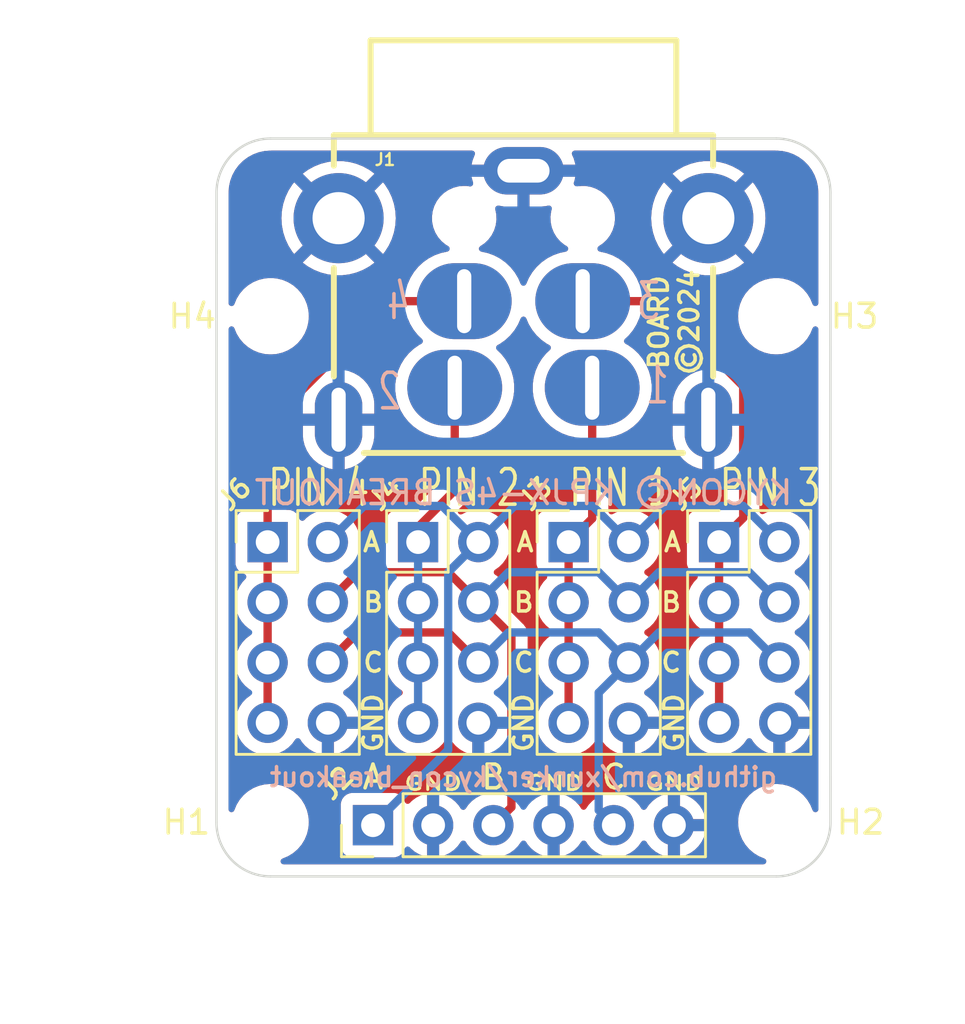
<source format=kicad_pcb>
(kicad_pcb (version 20211014) (generator pcbnew)

  (general
    (thickness 1.6)
  )

  (paper "A4")
  (layers
    (0 "F.Cu" signal)
    (31 "B.Cu" signal)
    (32 "B.Adhes" user "B.Adhesive")
    (33 "F.Adhes" user "F.Adhesive")
    (34 "B.Paste" user)
    (35 "F.Paste" user)
    (36 "B.SilkS" user "B.Silkscreen")
    (37 "F.SilkS" user "F.Silkscreen")
    (38 "B.Mask" user)
    (39 "F.Mask" user)
    (40 "Dwgs.User" user "User.Drawings")
    (41 "Cmts.User" user "User.Comments")
    (42 "Eco1.User" user "User.Eco1")
    (43 "Eco2.User" user "User.Eco2")
    (44 "Edge.Cuts" user)
    (45 "Margin" user)
    (46 "B.CrtYd" user "B.Courtyard")
    (47 "F.CrtYd" user "F.Courtyard")
    (48 "B.Fab" user)
    (49 "F.Fab" user)
    (50 "User.1" user)
    (51 "User.2" user)
    (52 "User.3" user)
    (53 "User.4" user)
    (54 "User.5" user)
    (55 "User.6" user)
    (56 "User.7" user)
    (57 "User.8" user)
    (58 "User.9" user)
  )

  (setup
    (stackup
      (layer "F.SilkS" (type "Top Silk Screen"))
      (layer "F.Paste" (type "Top Solder Paste"))
      (layer "F.Mask" (type "Top Solder Mask") (thickness 0.01))
      (layer "F.Cu" (type "copper") (thickness 0.035))
      (layer "dielectric 1" (type "core") (thickness 1.51) (material "FR4") (epsilon_r 4.5) (loss_tangent 0.02))
      (layer "B.Cu" (type "copper") (thickness 0.035))
      (layer "B.Mask" (type "Bottom Solder Mask") (thickness 0.01))
      (layer "B.Paste" (type "Bottom Solder Paste"))
      (layer "B.SilkS" (type "Bottom Silk Screen"))
      (copper_finish "None")
      (dielectric_constraints no)
    )
    (pad_to_mask_clearance 0)
    (pcbplotparams
      (layerselection 0x00010fc_ffffffff)
      (disableapertmacros false)
      (usegerberextensions false)
      (usegerberattributes true)
      (usegerberadvancedattributes true)
      (creategerberjobfile true)
      (svguseinch false)
      (svgprecision 6)
      (excludeedgelayer true)
      (plotframeref false)
      (viasonmask false)
      (mode 1)
      (useauxorigin false)
      (hpglpennumber 1)
      (hpglpenspeed 20)
      (hpglpendiameter 15.000000)
      (dxfpolygonmode true)
      (dxfimperialunits true)
      (dxfusepcbnewfont true)
      (psnegative false)
      (psa4output false)
      (plotreference true)
      (plotvalue true)
      (plotinvisibletext false)
      (sketchpadsonfab false)
      (subtractmaskfromsilk false)
      (outputformat 1)
      (mirror false)
      (drillshape 1)
      (scaleselection 1)
      (outputdirectory "")
    )
  )

  (net 0 "")
  (net 1 "IN1")
  (net 2 "IN2")
  (net 3 "IN3")
  (net 4 "GND")
  (net 5 "IN4")
  (net 6 "OUTA")
  (net 7 "OUTB")
  (net 8 "OUTC")

  (footprint "MountingHole:MountingHole_2.2mm_M2_DIN965" (layer "F.Cu") (at 126.492 84.455))

  (footprint "Connector_PinHeader_2.54mm:PinHeader_2x04_P2.54mm_Vertical" (layer "F.Cu") (at 145.415 93.98))

  (footprint "Connector_PinHeader_2.54mm:PinHeader_2x04_P2.54mm_Vertical" (layer "F.Cu") (at 126.365 93.98))

  (footprint "MountingHole:MountingHole_2.2mm_M2_DIN965" (layer "F.Cu") (at 147.828 84.455))

  (footprint "footprints:KPJX-4S" (layer "F.Cu") (at 137.16 83.82))

  (footprint "Connector_PinHeader_2.54mm:PinHeader_1x06_P2.54mm_Vertical" (layer "F.Cu") (at 130.81 105.918 90))

  (footprint "Connector_PinHeader_2.54mm:PinHeader_2x04_P2.54mm_Vertical" (layer "F.Cu") (at 139.065 93.98))

  (footprint "MountingHole:MountingHole_2.2mm_M2_DIN965" (layer "F.Cu") (at 147.828 105.791))

  (footprint "MountingHole:MountingHole_2.2mm_M2_DIN965" (layer "F.Cu") (at 126.492 105.791))

  (footprint "Connector_PinHeader_2.54mm:PinHeader_2x04_P2.54mm_Vertical" (layer "F.Cu") (at 132.715 93.98))

  (gr_arc (start 150.114 105.797433) (mid 149.44633 107.40933) (end 147.834433 108.077) (layer "Edge.Cuts") (width 0.1) (tstamp 0713167f-ddaa-4294-bb11-e7b6e69f0991))
  (gr_line (start 147.831217 76.962) (end 126.488784 76.962) (layer "Edge.Cuts") (width 0.1) (tstamp 66749c6a-b16f-43be-bab1-76caa7a8a44a))
  (gr_line (start 124.209217 79.241567) (end 124.206 105.797433) (layer "Edge.Cuts") (width 0.1) (tstamp 755ad553-6d1c-4617-8f56-6e9d2cd4d51f))
  (gr_arc (start 126.485567 108.077) (mid 124.87367 107.40933) (end 124.206 105.797433) (layer "Edge.Cuts") (width 0.1) (tstamp a5d4c6e5-cd2f-4de5-885f-4fe01715e4aa))
  (gr_line (start 126.485567 108.077) (end 147.834433 108.077) (layer "Edge.Cuts") (width 0.1) (tstamp c665bf8f-ade8-4a9d-95ae-f4e3ccaa66bf))
  (gr_arc (start 124.209217 79.241567) (mid 124.876896 77.629679) (end 126.488784 76.962) (layer "Edge.Cuts") (width 0.1) (tstamp db3a5d0c-f6e4-4f1e-87f6-6b081934ccda))
  (gr_arc (start 147.831217 76.962) (mid 149.443126 77.629668) (end 150.110784 79.241567) (layer "Edge.Cuts") (width 0.1) (tstamp ea57b376-2a82-4fac-9f3d-2d0fddd2042f))
  (gr_line (start 150.114 105.797433) (end 150.110784 79.241567) (layer "Edge.Cuts") (width 0.1) (tstamp f23aaf25-de61-4f0e-9770-0b4e07746fe6))
  (gr_text "github.com/xunker/kycon_breakout" (at 137.16 103.886) (layer "B.SilkS") (tstamp 1ecc31eb-49eb-432b-92d7-1d86bfaeaf99)
    (effects (font (size 0.8 0.8) (thickness 0.15)) (justify mirror))
  )
  (gr_text "4" (at 132.461 83.82) (layer "B.SilkS") (tstamp 521d11b1-f6f0-47d3-ad2a-a53551bb7350)
    (effects (font (size 1.5 1) (thickness 0.15)) (justify left mirror))
  )
  (gr_text "KYCON© KPJX-4S BREAKOUT" (at 137.16 91.8972) (layer "B.SilkS") (tstamp 535904dc-94c1-4efa-90d8-eca0523a8c5c)
    (effects (font (size 1 1) (thickness 0.15)) (justify mirror))
  )
  (gr_text "3" (at 141.859 83.82) (layer "B.SilkS") (tstamp 555ed9f5-d29b-496a-9c66-4ba014a5c3e8)
    (effects (font (size 1.5 1) (thickness 0.15)) (justify right mirror))
  )
  (gr_text "1" (at 142.24 87.376) (layer "B.SilkS") (tstamp 92cfd9b4-48bc-4349-8bac-587eb230a7ac)
    (effects (font (size 1.5 1) (thickness 0.15)) (justify right mirror))
  )
  (gr_text "2" (at 132.08 87.63) (layer "B.SilkS") (tstamp e9834c46-7642-4874-b88c-104f7cad0683)
    (effects (font (size 1.5 1) (thickness 0.15)) (justify left mirror))
  )
  (gr_text "C" (at 137.668 99.06) (layer "F.SilkS") (tstamp 0bdf8f6a-6cee-4645-84e4-f213ecd77632)
    (effects (font (size 0.8 0.8) (thickness 0.15)) (justify right))
  )
  (gr_text "C" (at 143.891 99.06) (layer "F.SilkS") (tstamp 12bf93fb-211f-47d6-9243-342c3aecdd08)
    (effects (font (size 0.8 0.8) (thickness 0.15)) (justify right))
  )
  (gr_text "B" (at 143.891 96.52) (layer "F.SilkS") (tstamp 41e2b1b4-f368-4d46-9136-5bccc46c157b)
    (effects (font (size 0.8 0.8) (thickness 0.15)) (justify right))
  )
  (gr_text "GND" (at 143.51 104.14) (layer "F.SilkS") (tstamp 4a57f806-0374-473d-9538-f92852a0dee7)
    (effects (font (size 0.6 0.8) (thickness 0.125)))
  )
  (gr_text "A" (at 143.891 93.98) (layer "F.SilkS") (tstamp 54227db2-79e3-4f57-a3cf-525e23afacf0)
    (effects (font (size 0.8 0.8) (thickness 0.15)) (justify right))
  )
  (gr_text "A" (at 130.81 103.886) (layer "F.SilkS") (tstamp 54c534be-6009-49ef-a237-050f14287b78)
    (effects (font (size 1 1) (thickness 0.15)))
  )
  (gr_text "PIN 2" (at 134.874 91.694) (layer "F.SilkS") (tstamp 5787bbe7-0038-485a-af1a-a046d7b6eca8)
    (effects (font (size 1.5 1) (thickness 0.15)))
  )
  (gr_text "PIN 3" (at 147.574 91.694) (layer "F.SilkS") (tstamp 62535fe6-3471-465a-8dea-69a74241883a)
    (effects (font (size 1.5 1) (thickness 0.15)))
  )
  (gr_text "B" (at 137.668 96.52) (layer "F.SilkS") (tstamp 6b5ce5e4-4de4-4b1c-805e-ba7eaf6e679d)
    (effects (font (size 0.8 0.8) (thickness 0.15)) (justify right))
  )
  (gr_text "C" (at 131.318 99.06) (layer "F.SilkS") (tstamp 8aa61fc6-24ab-4a2e-9536-cb8e17e6270f)
    (effects (font (size 0.8 0.8) (thickness 0.15)) (justify right))
  )
  (gr_text "GND" (at 138.46 104.14) (layer "F.SilkS") (tstamp 8c478b8f-2e77-473c-ba8c-4028e2f60fc1)
    (effects (font (size 0.6 0.8) (thickness 0.125)))
  )
  (gr_text "A" (at 131.191 93.98) (layer "F.SilkS") (tstamp 8e93689b-ac03-4021-9b40-0a5852e3d5b3)
    (effects (font (size 0.8 0.8) (thickness 0.15)) (justify right))
  )
  (gr_text "C" (at 140.97 103.886) (layer "F.SilkS") (tstamp 93326cc1-2205-4531-86ab-20625cf46f27)
    (effects (font (size 1 1) (thickness 0.15)))
  )
  (gr_text "B" (at 135.89 103.886) (layer "F.SilkS") (tstamp 9907597a-a4e9-4d33-8d3a-f18c51ebeb29)
    (effects (font (size 1 1) (thickness 0.15)))
  )
  (gr_text "GND" (at 130.81 101.6 90) (layer "F.SilkS") (tstamp 9acb84b9-86f4-40da-aa93-32a82fc9b558)
    (effects (font (size 0.8 0.8) (thickness 0.15)))
  )
  (gr_text "BOARD\n©2024" (at 143.51 84.709 90) (layer "F.SilkS") (tstamp 9da66b82-0490-4314-8b76-d622a40ca975)
    (effects (font (size 0.8 0.8) (thickness 0.15)))
  )
  (gr_text "GND" (at 133.35 104.14) (layer "F.SilkS") (tstamp bf09a816-a645-409f-a73c-f48870898276)
    (effects (font (size 0.6 0.8) (thickness 0.125)))
  )
  (gr_text "PIN 4" (at 128.524 91.694) (layer "F.SilkS") (tstamp c04dae0a-0fef-4793-861e-6c90cff70db8)
    (effects (font (size 1.5 1) (thickness 0.15)))
  )
  (gr_text "A" (at 137.668 93.98) (layer "F.SilkS") (tstamp c57291bf-c0e8-4323-ba67-fe16addda0ef)
    (effects (font (size 0.8 0.8) (thickness 0.15)) (justify right))
  )
  (gr_text "GND" (at 143.51 101.6 90) (layer "F.SilkS") (tstamp c8ce1595-e9e8-4ff8-ba18-dce997364c74)
    (effects (font (size 0.8 0.8) (thickness 0.15)))
  )
  (gr_text "B" (at 131.318 96.52) (layer "F.SilkS") (tstamp ce5880d4-50b5-48e8-921b-4a6dc9c40073)
    (effects (font (size 0.8 0.8) (thickness 0.15)) (justify right))
  )
  (gr_text "GND" (at 137.16 101.6 90) (layer "F.SilkS") (tstamp d15d9dd0-7a7f-4724-8e21-e372c106dfeb)
    (effects (font (size 0.8 0.8) (thickness 0.15)))
  )
  (gr_text "PIN 1" (at 141.224 91.694) (layer "F.SilkS") (tstamp deb273ca-4bf5-4921-b6b0-fbf8253f8beb)
    (effects (font (size 1.5 1) (thickness 0.15)))
  )
  (dimension (type aligned) (layer "Dwgs.User") (tstamp 93de166e-c098-4d36-9c23-0b735e0c402f)
    (pts (xy 126.492 105.791) (xy 147.828 105.791))
    (height 7.239)
    (gr_text "21.3360 mm" (at 137.16 111.88) (layer "Dwgs.User") (tstamp 53e66112-2768-4f87-a3a4-327d4bbba91b)
      (effects (font (size 1 1) (thickness 0.15)))
    )
    (format (units 3) (units_format 1) (precision 4))
    (style (thickness 0.15) (arrow_length 1.27) (text_position_mode 0) (extension_height 0.58642) (extension_offset 0.5) keep_text_aligned)
  )
  (dimension (type aligned) (layer "Dwgs.User") (tstamp beb3c8d5-5d21-4d26-a44c-d3f9c4f5aa91)
    (pts (xy 126.492 84.455) (xy 126.492 105.7974))
    (height 5.334)
    (gr_text "21.3424 mm" (at 120.008 95.1262 90) (layer "Dwgs.User") (tstamp 67bedb36-b4bc-46f8-88cb-7faa65478d6a)
      (effects (font (size 1 1) (thickness 0.15)))
    )
    (format (units 3) (units_format 1) (precision 4))
    (style (thickness 0.15) (arrow_length 1.27) (text_position_mode 0) (extension_height 0.58642) (extension_offset 0.5) keep_text_aligned)
  )
  (dimension (type aligned) (layer "Cmts.User") (tstamp b6d3a6cd-daff-4e65-a34a-1ea149788ac8)
    (pts (xy 150.114 76.962) (xy 150.114 108.077))
    (height -1.905)
    (gr_text "31.1150 mm" (at 150.869 92.5195 90) (layer "Cmts.User") (tstamp b6d3a6cd-daff-4e65-a34a-1ea149788ac8)
      (effects (font (size 1 1) (thickness 0.15)))
    )
    (format (units 3) (units_format 1) (precision 4))
    (style (thickness 0.15) (arrow_length 1.27) (text_position_mode 0) (extension_height 0.58642) (extension_offset 0.5) keep_text_aligned)
  )
  (dimension (type aligned) (layer "Cmts.User") (tstamp d0c1a7bf-b814-4dad-aca0-641912a32012)
    (pts (xy 124.206 109.22) (xy 150.114 109.22))
    (height 2.54)
    (gr_text "25.9080 mm" (at 137.16 110.61) (layer "Cmts.User") (tstamp d0c1a7bf-b814-4dad-aca0-641912a32012)
      (effects (font (size 1 1) (thickness 0.15)))
    )
    (format (units 3) (units_format 1) (precision 4))
    (style (thickness 0.15) (arrow_length 1.27) (text_position_mode 0) (extension_height 0.58642) (extension_offset 0.5) keep_text_aligned)
  )

  (segment (start 139.065 101.6) (end 139.065 99.06) (width 0.35) (layer "F.Cu") (net 1) (tstamp 5671dd1b-8c78-4af8-8742-1217fac6d7bb))
  (segment (start 140.06 87.47) (end 140.06 92.985) (width 0.35) (layer "F.Cu") (net 1) (tstamp 7188583e-b0ec-47bc-ae1b-fd72f9c24189))
  (segment (start 140.06 92.985) (end 139.065 93.98) (width 0.35) (layer "F.Cu") (net 1) (tstamp 71a2ac6d-3d6c-4cc9-b6b1-d928a1bbe540))
  (segment (start 139.065 96.52) (end 139.065 99.06) (width 0.35) (layer "F.Cu") (net 1) (tstamp b1064cf0-1807-4013-a9e3-5f84d402c98b))
  (segment (start 139.065 93.98) (end 139.065 96.52) (width 0.35) (layer "F.Cu") (net 1) (tstamp dee668ef-3f92-4dae-a419-148b09b6db9a))
  (segment (start 132.715 93.345) (end 132.715 93.98) (width 0.35) (layer "F.Cu") (net 2) (tstamp 012c813e-03b8-41b8-a774-246f557a1d0e))
  (segment (start 134.26 87.47) (end 134.26 91.8) (width 0.35) (layer "F.Cu") (net 2) (tstamp 36c04a44-06b8-4060-93b1-16dbfd3bd72a))
  (segment (start 134.26 91.8) (end 132.715 93.345) (width 0.35) (layer "F.Cu") (net 2) (tstamp df1e9123-dfcb-445d-aded-fb2c659a5411))
  (segment (start 132.715 93.98) (end 132.715 99.06) (width 0.35) (layer "B.Cu") (net 2) (tstamp 9a9f8b55-b574-434b-9aa3-02cffc064b51))
  (segment (start 132.715 99.06) (end 132.715 101.6) (width 0.35) (layer "B.Cu") (net 2) (tstamp d6810b34-3073-4b27-8e07-5a5294f1bebd))
  (segment (start 139.66 83.82) (end 142.844577 83.82) (width 0.35) (layer "F.Cu") (net 3) (tstamp 4ac30e5c-d54e-4c62-90f1-0f26d5c11e7b))
  (segment (start 146.431 87.406423) (end 146.431 92.964) (width 0.35) (layer "F.Cu") (net 3) (tstamp 4fe404ce-13f4-4f52-88d6-52559ca8d414))
  (segment (start 142.844577 83.82) (end 146.431 87.406423) (width 0.35) (layer "F.Cu") (net 3) (tstamp a1dee912-7d18-47d7-ad53-74522f2a5395))
  (segment (start 146.431 92.964) (end 145.415 93.98) (width 0.35) (layer "F.Cu") (net 3) (tstamp dd0fc000-acf3-44d6-a776-56e38333197f))
  (segment (start 145.415 93.98) (end 145.415 101.6) (width 0.35) (layer "F.Cu") (net 3) (tstamp ee1dee5f-2a10-4410-80e7-bd0d79094020))
  (segment (start 131.572 83.82) (end 134.66 83.82) (width 0.35) (layer "F.Cu") (net 5) (tstamp 480d2016-354e-48aa-a248-101bbc6261a4))
  (segment (start 126.365 93.98) (end 126.365 101.6) (width 0.35) (layer "F.Cu") (net 5) (tstamp 4935160b-86cb-4225-a1fe-cf2b1e9c28e9))
  (segment (start 126.365 89.027) (end 131.572 83.82) (width 0.35) (layer "F.Cu") (net 5) (tstamp 7e7a998c-f378-4a0f-b62e-60070e48ff55))
  (segment (start 126.365 93.98) (end 126.365 89.027) (width 0.35) (layer "F.Cu") (net 5) (tstamp ac3e3fb5-a87c-4e06-842b-a37626b3b5db))
  (segment (start 133.731 92.456) (end 135.255 93.98) (width 0.35) (layer "B.Cu") (net 6) (tstamp 1f4e8123-9f46-432c-be24-909e4f1cbf7c))
  (segment (start 146.431 92.456) (end 147.955 93.98) (width 0.35) (layer "B.Cu") (net 6) (tstamp 39e8e234-f3d4-473f-8379-dea6a3e1c4fc))
  (segment (start 135.255 93.98) (end 133.985 95.25) (width 0.35) (layer "B.Cu") (net 6) (tstamp 45a5b018-4770-45e7-a8e8-19010f5c57c4))
  (segment (start 135.255 93.98) (end 136.779 92.456) (width 0.35) (layer "B.Cu") (net 6) (tstamp 4a7cf117-5a3b-41a7-9f33-249d98cf9b4c))
  (segment (start 143.129 92.456) (end 146.431 92.456) (width 0.35) (layer "B.Cu") (net 6) (tstamp 75415345-69f4-4439-b132-e130616889c7))
  (segment (start 133.985 95.25) (end 133.985 102.743) (width 0.35) (layer "B.Cu") (net 6) (tstamp 76a75ed5-d068-449d-9c5e-f6fa57bb90d5))
  (segment (start 140.081 92.456) (end 141.605 93.98) (width 0.35) (layer "B.Cu") (net 6) (tstamp 8622e1f9-cb97-458b-aa70-f6488e9aaf64))
  (segment (start 128.905 93.98) (end 130.429 92.456) (width 0.35) (layer "B.Cu") (net 6) (tstamp 9737ccea-08bf-4035-b63d-8fda8de949de))
  (segment (start 133.985 102.743) (end 130.81 105.918) (width 0.35) (layer "B.Cu") (net 6) (tstamp a9cfef83-b594-4024-9fbe-7f20cda22154))
  (segment (start 136.779 92.456) (end 140.081 92.456) (width 0.35) (layer "B.Cu") (net 6) (tstamp ae8ea96b-7256-4d0f-9f0c-d3ddac3a7afd))
  (segment (start 130.429 92.456) (end 133.731 92.456) (width 0.35) (layer "B.Cu") (net 6) (tstamp e6861313-0042-44a8-a0bd-deae1d0fda2f))
  (segment (start 141.605 93.98) (end 143.129 92.456) (width 0.35) (layer "B.Cu") (net 6) (tstamp f716b90f-670b-499f-9bbe-d7e353d767ff))
  (segment (start 130.175 95.25) (end 133.985 95.25) (width 0.35) (layer "F.Cu") (net 7) (tstamp 55918b45-042d-428c-8ccc-b10d9e544805))
  (segment (start 136.652 97.917) (end 136.652 105.156) (width 0.35) (layer "F.Cu") (net 7) (tstamp 6b90aba7-1533-4293-a5c6-58ec0a12c658))
  (segment (start 133.985 95.25) (end 135.255 96.52) (width 0.35) (layer "F.Cu") (net 7) (tstamp 88486618-f550-4046-a208-4f3fde4c9927))
  (segment (start 128.905 96.52) (end 130.175 95.25) (width 0.35) (layer "F.Cu") (net 7) (tstamp 8fa90c81-fc80-4dfb-b457-ff79f7dd24ec))
  (segment (start 136.652 105.156) (end 135.89 105.918) (width 0.35) (layer "F.Cu") (net 7) (tstamp b2b71c80-eec6-4b6a-ba31-c874b04a4f22))
  (segment (start 135.255 96.52) (end 136.652 97.917) (width 0.35) (layer "F.Cu") (net 7) (tstamp e70685d2-106d-406c-a3a9-51170b3a7930))
  (segment (start 135.255 96.52) (end 136.525 95.25) (width 0.35) (layer "B.Cu") (net 7) (tstamp 75d697f9-9621-4f83-9806-b59d9adba883))
  (segment (start 140.335 95.25) (end 141.605 96.52) (width 0.35) (layer "B.Cu") (net 7) (tstamp 8386c8b5-8eb2-4e3f-858f-d97b528860e3))
  (segment (start 142.875 95.25) (end 146.685 95.25) (width 0.35) (layer "B.Cu") (net 7) (tstamp 845a8304-808c-4419-983a-21e996e81bd3))
  (segment (start 146.685 95.25) (end 147.955 96.52) (width 0.35) (layer "B.Cu") (net 7) (tstamp 90e9fc7e-ca64-41e6-8c7a-873c73ddf404))
  (segment (start 136.525 95.25) (end 140.335 95.25) (width 0.35) (layer "B.Cu") (net 7) (tstamp b458f3dc-4203-4b3b-bb55-6b6955e5c4df))
  (segment (start 141.605 96.52) (end 142.875 95.25) (width 0.35) (layer "B.Cu") (net 7) (tstamp b966230e-83d3-416b-9ed1-467a22eef64f))
  (segment (start 128.905 99.06) (end 130.175 97.79) (width 0.35) (layer "F.Cu") (net 8) (tstamp 66101332-cfb6-4d12-97d3-cc1bd8822181))
  (segment (start 130.175 97.79) (end 133.985 97.79) (width 0.35) (layer "F.Cu") (net 8) (tstamp cfe56283-9cf6-4c1c-abf3-b6b70fdd78c0))
  (segment (start 133.985 97.79) (end 135.255 99.06) (width 0.35) (layer "F.Cu") (net 8) (tstamp e59b78a0-b72e-4284-8cc3-42cf149ca751))
  (segment (start 140.335 97.79) (end 141.605 99.06) (width 0.35) (layer "B.Cu") (net 8) (tstamp 4dee9dc7-80bc-4875-93d3-89d658076e89))
  (segment (start 136.525 97.79) (end 140.335 97.79) (width 0.35) (layer "B.Cu") (net 8) (tstamp 5be59f04-1402-44ee-b303-da0fe3affdd9))
  (segment (start 135.255 99.06) (end 136.525 97.79) (width 0.35) (layer "B.Cu") (net 8) (tstamp 84602095-b8ca-4f76-85e9-64df38342dea))
  (segment (start 141.605 99.06) (end 142.875 97.79) (width 0.35) (layer "B.Cu") (net 8) (tstamp a1006447-dd85-40cb-8f0e-51350ed51d75))
  (segment (start 140.335 100.33) (end 140.335 105.283) (width 0.35) (layer "B.Cu") (net 8) (tstamp a5243b2e-50db-42d6-8642-1b7be86fc216))
  (segment (start 146.685 97.79) (end 147.955 99.06) (width 0.35) (layer "B.Cu") (net 8) (tstamp add1d12e-f674-467f-ad01-b3e35e53264b))
  (segment (start 142.875 97.79) (end 146.685 97.79) (width 0.35) (layer "B.Cu") (net 8) (tstamp d3187dc6-9c83-4e2a-97ce-3d0f03b498fc))
  (segment (start 140.335 105.283) (end 140.97 105.918) (width 0.35) (layer "B.Cu") (net 8) (tstamp df07d69f-0da7-4051-a9a2-edf192e0d731))
  (segment (start 141.605 99.06) (end 140.335 100.33) (width 0.35) (layer "B.Cu") (net 8) (tstamp e63efe35-cb1f-4282-bb70-8a24d570d5b9))

  (zone (net 4) (net_name "GND") (layers F&B.Cu) (tstamp e4d98906-9272-4820-8d4f-dc776f61d6a2) (hatch edge 0.508)
    (connect_pads (clearance 0.508))
    (min_thickness 0.254) (filled_areas_thickness no)
    (fill yes (thermal_gap 0.508) (thermal_bridge_width 0.508))
    (polygon
      (pts
        (xy 154.94 114.3)
        (xy 116.84 114.3)
        (xy 116.84 71.12)
        (xy 154.94 71.12)
      )
    )
    (filled_polygon
      (layer "F.Cu")
      (pts
        (xy 135.058568 77.490502)
        (xy 135.105061 77.544158)
        (xy 135.115165 77.614432)
        (xy 135.100241 77.657306)
        (xy 135.100345 77.657356)
        (xy 135.0999 77.658285)
        (xy 135.099343 77.659885)
        (xy 135.098158 77.661921)
        (xy 135.093797 77.671024)
        (xy 135.010463 77.888115)
        (xy 135.007612 77.897804)
        (xy 134.976179 78.048264)
        (xy 134.977302 78.062325)
        (xy 134.98741 78.066)
        (xy 139.33059 78.066)
        (xy 139.344676 78.061864)
        (xy 139.346725 78.048886)
        (xy 139.344675 78.03117)
        (xy 139.342715 78.021273)
        (xy 139.279396 77.797506)
        (xy 139.275884 77.788062)
        (xy 139.211388 77.64975)
        (xy 139.200727 77.579558)
        (xy 139.229707 77.514746)
        (xy 139.289127 77.475889)
        (xy 139.325583 77.4705)
        (xy 147.781847 77.4705)
        (xy 147.801233 77.472)
        (xy 147.816065 77.47431)
        (xy 147.816068 77.47431)
        (xy 147.824937 77.475691)
        (xy 147.840195 77.473696)
        (xy 147.865513 77.472953)
        (xy 148.074273 77.487886)
        (xy 148.09206 77.490444)
        (xy 148.321361 77.540328)
        (xy 148.33861 77.545393)
        (xy 148.558476 77.627402)
        (xy 148.574829 77.63487)
        (xy 148.780789 77.747336)
        (xy 148.795911 77.757054)
        (xy 148.849946 77.797506)
        (xy 148.983769 77.897688)
        (xy 148.997355 77.909461)
        (xy 149.163282 78.075395)
        (xy 149.175055 78.088982)
        (xy 149.315683 78.276846)
        (xy 149.325402 78.291971)
        (xy 149.437854 78.497925)
        (xy 149.445322 78.514277)
        (xy 149.527327 78.734155)
        (xy 149.532391 78.751405)
        (xy 149.532496 78.751886)
        (xy 149.581484 78.977106)
        (xy 149.582266 78.980702)
        (xy 149.584823 78.998492)
        (xy 149.594345 79.131673)
        (xy 149.599267 79.200519)
        (xy 149.598564 79.21743)
        (xy 149.598585 79.21743)
        (xy 149.598475 79.226403)
        (xy 149.597093 79.235276)
        (xy 149.598257 79.244179)
        (xy 149.601226 79.266888)
        (xy 149.602289 79.283207)
        (xy 149.602848 83.903189)
        (xy 149.582854 83.971312)
        (xy 149.529204 84.017811)
        (xy 149.458931 84.027924)
        (xy 149.394347 83.998438)
        (xy 149.360439 83.951422)
        (xy 149.340461 83.903189)
        (xy 149.265616 83.722498)
        (xy 149.133328 83.506624)
        (xy 148.968898 83.314102)
        (xy 148.776376 83.149672)
        (xy 148.560502 83.017384)
        (xy 148.555932 83.015491)
        (xy 148.555928 83.015489)
        (xy 148.331164 82.922389)
        (xy 148.331162 82.922388)
        (xy 148.326591 82.920495)
        (xy 148.241968 82.900179)
        (xy 148.085216 82.862546)
        (xy 148.08521 82.862545)
        (xy 148.080403 82.861391)
        (xy 147.980584 82.853535)
        (xy 147.893655 82.846693)
        (xy 147.893648 82.846693)
        (xy 147.891199 82.8465)
        (xy 147.764801 82.8465)
        (xy 147.762352 82.846693)
        (xy 147.762345 82.846693)
        (xy 147.675416 82.853535)
        (xy 147.575597 82.861391)
        (xy 147.57079 82.862545)
        (xy 147.570784 82.862546)
        (xy 147.414032 82.900179)
        (xy 147.329409 82.920495)
        (xy 147.324838 82.922388)
        (xy 147.324836 82.922389)
        (xy 147.100072 83.015489)
        (xy 147.100068 83.015491)
        (xy 147.095498 83.017384)
        (xy 146.879624 83.149672)
        (xy 146.687102 83.314102)
        (xy 146.522672 83.506624)
        (xy 146.390384 83.722498)
        (xy 146.388491 83.727068)
        (xy 146.388489 83.727072)
        (xy 146.295389 83.951836)
        (xy 146.293495 83.956409)
        (xy 146.234391 84.202597)
        (xy 146.214526 84.455)
        (xy 146.234391 84.707403)
        (xy 146.293495 84.953591)
        (xy 146.295388 84.958162)
        (xy 146.295389 84.958164)
        (xy 146.331055 85.044268)
        (xy 146.390384 85.187502)
        (xy 146.522672 85.403376)
        (xy 146.687102 85.595898)
        (xy 146.879624 85.760328)
        (xy 147.095498 85.892616)
        (xy 147.100068 85.894509)
        (xy 147.100072 85.894511)
        (xy 147.324836 85.987611)
        (xy 147.329409 85.989505)
        (xy 147.414032 86.009821)
        (xy 147.570784 86.047454)
        (xy 147.57079 86.047455)
        (xy 147.575597 86.048609)
        (xy 147.675416 86.056465)
        (xy 147.762345 86.063307)
        (xy 147.762352 86.063307)
        (xy 147.764801 86.0635)
        (xy 147.891199 86.0635)
        (xy 147.893648 86.063307)
        (xy 147.893655 86.063307)
        (xy 147.980584 86.056465)
        (xy 148.080403 86.048609)
        (xy 148.08521 86.047455)
        (xy 148.085216 86.047454)
        (xy 148.241968 86.009821)
        (xy 148.326591 85.989505)
        (xy 148.331164 85.987611)
        (xy 148.555928 85.894511)
        (xy 148.555932 85.894509)
        (xy 148.560502 85.892616)
        (xy 148.776376 85.760328)
        (xy 148.968898 85.595898)
        (xy 149.133328 85.403376)
        (xy 149.265616 85.187502)
        (xy 149.360573 84.958255)
        (xy 149.405121 84.902974)
        (xy 149.472485 84.880553)
        (xy 149.541276 84.898111)
        (xy 149.589654 84.950073)
        (xy 149.602982 85.006458)
        (xy 149.605433 105.245773)
        (xy 149.585439 105.313896)
        (xy 149.531789 105.360395)
        (xy 149.461516 105.370508)
        (xy 149.396932 105.341022)
        (xy 149.364222 105.291698)
        (xy 149.362505 105.292409)
        (xy 149.267511 105.063072)
        (xy 149.267509 105.063068)
        (xy 149.265616 105.058498)
        (xy 149.133328 104.842624)
        (xy 148.968898 104.650102)
        (xy 148.776376 104.485672)
        (xy 148.560502 104.353384)
        (xy 148.555932 104.351491)
        (xy 148.555928 104.351489)
        (xy 148.331164 104.258389)
        (xy 148.331162 104.258388)
        (xy 148.326591 104.256495)
        (xy 148.241968 104.236179)
        (xy 148.085216 104.198546)
        (xy 148.08521 104.198545)
        (xy 148.080403 104.197391)
        (xy 147.980584 104.189535)
        (xy 147.893655 104.182693)
        (xy 147.893648 104.182693)
        (xy 147.891199 104.1825)
        (xy 147.764801 104.1825)
        (xy 147.762352 104.182693)
        (xy 147.762345 104.182693)
        (xy 147.675416 104.189535)
        (xy 147.575597 104.197391)
        (xy 147.57079 104.198545)
        (xy 147.570784 104.198546)
        (xy 147.414032 104.236179)
        (xy 147.329409 104.256495)
        (xy 147.324838 104.258388)
        (xy 147.324836 104.258389)
        (xy 147.100072 104.351489)
        (xy 147.100068 104.351491)
        (xy 147.095498 104.353384)
        (xy 146.879624 104.485672)
        (xy 146.687102 104.650102)
        (xy 146.522672 104.842624)
        (xy 146.390384 105.058498)
        (xy 146.388491 105.063068)
        (xy 146.388489 105.063072)
        (xy 146.299126 105.278814)
        (xy 146.293495 105.292409)
        (xy 146.285136 105.327228)
        (xy 146.244576 105.496174)
        (xy 146.234391 105.538597)
        (xy 146.214526 105.791)
        (xy 146.234391 106.043403)
        (xy 146.235545 106.04821)
        (xy 146.235546 106.048216)
        (xy 146.249831 106.107715)
        (xy 146.293495 106.289591)
        (xy 146.295388 106.294162)
        (xy 146.295389 106.294164)
        (xy 146.34928 106.424267)
        (xy 146.390384 106.523502)
        (xy 146.522672 106.739376)
        (xy 146.687102 106.931898)
        (xy 146.879624 107.096328)
        (xy 147.095498 107.228616)
        (xy 147.100068 107.230509)
        (xy 147.100072 107.230511)
        (xy 147.329409 107.325505)
        (xy 147.328675 107.327276)
        (xy 147.380543 107.362749)
        (xy 147.408174 107.428148)
        (xy 147.396061 107.498103)
        (xy 147.348051 107.550406)
        (xy 147.282994 107.5685)
        (xy 127.037006 107.5685)
        (xy 126.968885 107.548498)
        (xy 126.922392 107.494842)
        (xy 126.912288 107.424568)
        (xy 126.941782 107.359988)
        (xy 126.991279 107.327166)
        (xy 126.990591 107.325505)
        (xy 127.219928 107.230511)
        (xy 127.219932 107.230509)
        (xy 127.224502 107.228616)
        (xy 127.440376 107.096328)
        (xy 127.632898 106.931898)
        (xy 127.73177 106.816134)
        (xy 129.4515 106.816134)
        (xy 129.458255 106.878316)
        (xy 129.509385 107.014705)
        (xy 129.596739 107.131261)
        (xy 129.713295 107.218615)
        (xy 129.849684 107.269745)
        (xy 129.911866 107.2765)
        (xy 131.708134 107.2765)
        (xy 131.770316 107.269745)
        (xy 131.906705 107.218615)
        (xy 132.023261 107.131261)
        (xy 132.110615 107.014705)
        (xy 132.132945 106.955139)
        (xy 132.154798 106.896848)
        (xy 132.19744 106.840084)
        (xy 132.264001 106.815384)
        (xy 132.33335 106.830592)
        (xy 132.368017 106.85858)
        (xy 132.393218 106.887673)
        (xy 132.40058 106.894883)
        (xy 132.564434 107.030916)
        (xy 132.572881 107.036831)
        (xy 132.756756 107.144279)
        (xy 132.766042 107.148729)
        (xy 132.965001 107.224703)
        (xy 132.974899 107.227579)
        (xy 133.07825 107.248606)
        (xy 133.092299 107.24741)
        (xy 133.096 107.237065)
        (xy 133.096 104.601102)
        (xy 133.092082 104.587758)
        (xy 133.077806 104.585771)
        (xy 133.039324 104.59166)
        (xy 133.029288 104.594051)
        (xy 132.826868 104.660212)
        (xy 132.817359 104.664209)
        (xy 132.628463 104.762542)
        (xy 132.619738 104.768036)
        (xy 132.449433 104.895905)
        (xy 132.441726 104.902748)
        (xy 132.364478 104.983584)
        (xy 132.302954 105.019014)
        (xy 132.232042 105.015557)
        (xy 132.174255 104.974311)
        (xy 132.155402 104.940763)
        (xy 132.113767 104.829703)
        (xy 132.110615 104.821295)
        (xy 132.023261 104.704739)
        (xy 131.906705 104.617385)
        (xy 131.770316 104.566255)
        (xy 131.708134 104.5595)
        (xy 129.911866 104.5595)
        (xy 129.849684 104.566255)
        (xy 129.713295 104.617385)
        (xy 129.596739 104.704739)
        (xy 129.509385 104.821295)
        (xy 129.458255 104.957684)
        (xy 129.4515 105.019866)
        (xy 129.4515 106.816134)
        (xy 127.73177 106.816134)
        (xy 127.797328 106.739376)
        (xy 127.929616 106.523502)
        (xy 127.970721 106.424267)
        (xy 128.024611 106.294164)
        (xy 128.024612 106.294162)
        (xy 128.026505 106.289591)
        (xy 128.070169 106.107715)
        (xy 128.084454 106.048216)
        (xy 128.084455 106.04821)
        (xy 128.085609 106.043403)
        (xy 128.105474 105.791)
        (xy 128.085609 105.538597)
        (xy 128.075425 105.496174)
        (xy 128.034864 105.327228)
        (xy 128.026505 105.292409)
        (xy 128.020874 105.278814)
        (xy 127.931511 105.063072)
        (xy 127.931509 105.063068)
        (xy 127.929616 105.058498)
        (xy 127.797328 104.842624)
        (xy 127.632898 104.650102)
        (xy 127.440376 104.485672)
        (xy 127.224502 104.353384)
        (xy 127.219932 104.351491)
        (xy 127.219928 104.351489)
        (xy 126.995164 104.258389)
        (xy 126.995162 104.258388)
        (xy 126.990591 104.256495)
        (xy 126.905968 104.236179)
        (xy 126.749216 104.198546)
        (xy 126.74921 104.198545)
        (xy 126.744403 104.197391)
        (xy 126.644584 104.189535)
        (xy 126.557655 104.182693)
        (xy 126.557648 104.182693)
        (xy 126.555199 104.1825)
        (xy 126.428801 104.1825)
        (xy 126.426352 104.182693)
        (xy 126.426345 104.182693)
        (xy 126.339416 104.189535)
        (xy 126.239597 104.197391)
        (xy 126.23479 104.198545)
        (xy 126.234784 104.198546)
        (xy 126.078032 104.236179)
        (xy 125.993409 104.256495)
        (xy 125.988838 104.258388)
        (xy 125.988836 104.258389)
        (xy 125.764072 104.351489)
        (xy 125.764068 104.351491)
        (xy 125.759498 104.353384)
        (xy 125.543624 104.485672)
        (xy 125.351102 104.650102)
        (xy 125.186672 104.842624)
        (xy 125.054384 105.058498)
        (xy 125.052491 105.063068)
        (xy 125.052489 105.063072)
        (xy 124.963126 105.278814)
        (xy 124.957495 105.292409)
        (xy 124.955661 105.291649)
        (xy 124.920339 105.343321)
        (xy 124.854946 105.370966)
        (xy 124.784987 105.358868)
        (xy 124.732675 105.310869)
        (xy 124.714567 105.245774)
        (xy 124.715012 101.566695)
        (xy 125.002251 101.566695)
        (xy 125.01511 101.789715)
        (xy 125.016247 101.794761)
        (xy 125.016248 101.794767)
        (xy 125.029597 101.854)
        (xy 125.064222 102.007639)
        (xy 125.148266 102.214616)
        (xy 125.264987 102.405088)
        (xy 125.41125 102.573938)
        (xy 125.583126 102.716632)
        (xy 125.776 102.829338)
        (xy 125.984692 102.90903)
        (xy 125.98976 102.910061)
        (xy 125.989763 102.910062)
        (xy 126.084862 102.92941)
        (xy 126.203597 102.953567)
        (xy 126.208772 102.953757)
        (xy 126.208774 102.953757)
        (xy 126.421673 102.961564)
        (xy 126.421677 102.961564)
        (xy 126.426837 102.961753)
        (xy 126.431957 102.961097)
        (xy 126.431959 102.961097)
        (xy 126.643288 102.934025)
        (xy 126.643289 102.934025)
        (xy 126.648416 102.933368)
        (xy 126.653366 102.931883)
        (xy 126.857429 102.870661)
        (xy 126.857434 102.870659)
        (xy 126.862384 102.869174)
        (xy 127.062994 102.770896)
        (xy 127.24486 102.641173)
        (xy 127.403096 102.483489)
        (xy 127.462594 102.400689)
        (xy 127.533453 102.302077)
        (xy 127.53464 102.30293)
        (xy 127.58196 102.259362)
        (xy 127.651897 102.247145)
        (xy 127.717338 102.274678)
        (xy 127.745166 102.306511)
        (xy 127.802694 102.400388)
        (xy 127.808777 102.408699)
        (xy 127.948213 102.569667)
        (xy 127.95558 102.576883)
        (xy 128.119434 102.712916)
        (xy 128.127881 102.718831)
        (xy 128.311756 102.826279)
        (xy 128.321042 102.830729)
        (xy 128.520001 102.906703)
        (xy 128.529899 102.909579)
        (xy 128.63325 102.930606)
        (xy 128.647299 102.92941)
        (xy 128.651 102.919065)
        (xy 128.651 102.918517)
        (xy 129.159 102.918517)
        (xy 129.163064 102.932359)
        (xy 129.176478 102.934393)
        (xy 129.183184 102.933534)
        (xy 129.193262 102.931392)
        (xy 129.397255 102.870191)
        (xy 129.406842 102.866433)
        (xy 129.598095 102.772739)
        (xy 129.606945 102.767464)
        (xy 129.780328 102.643792)
        (xy 129.7882 102.637139)
        (xy 129.939052 102.486812)
        (xy 129.94573 102.478965)
        (xy 130.070003 102.30602)
        (xy 130.075313 102.297183)
        (xy 130.16967 102.106267)
        (xy 130.173469 102.096672)
        (xy 130.235377 101.89291)
        (xy 130.237555 101.882837)
        (xy 130.238986 101.871962)
        (xy 130.236775 101.857778)
        (xy 130.223617 101.854)
        (xy 129.177115 101.854)
        (xy 129.161876 101.858475)
        (xy 129.160671 101.859865)
        (xy 129.159 101.867548)
        (xy 129.159 102.918517)
        (xy 128.651 102.918517)
        (xy 128.651 101.472)
        (xy 128.671002 101.403879)
        (xy 128.724658 101.357386)
        (xy 128.777 101.346)
        (xy 130.223344 101.346)
        (xy 130.236875 101.342027)
        (xy 130.23818 101.332947)
        (xy 130.196214 101.165875)
        (xy 130.192894 101.156124)
        (xy 130.107972 100.960814)
        (xy 130.103105 100.951739)
        (xy 129.987426 100.772926)
        (xy 129.981136 100.764757)
        (xy 129.837806 100.60724)
        (xy 129.830273 100.600215)
        (xy 129.663139 100.468222)
        (xy 129.654556 100.46252)
        (xy 129.617602 100.44212)
        (xy 129.567631 100.391687)
        (xy 129.552859 100.322245)
        (xy 129.577975 100.255839)
        (xy 129.605327 100.229232)
        (xy 129.649623 100.197636)
        (xy 129.78486 100.101173)
        (xy 129.943096 99.943489)
        (xy 130.002594 99.860689)
        (xy 130.070435 99.766277)
        (xy 130.073453 99.762077)
        (xy 130.09432 99.719857)
        (xy 130.170136 99.566453)
        (xy 130.170137 99.566451)
        (xy 130.17243 99.561811)
        (xy 130.23737 99.348069)
        (xy 130.266529 99.12659)
        (xy 130.268156 99.06)
        (xy 130.249852 98.837361)
        (xy 130.248593 98.832347)
        (xy 130.236017 98.782278)
        (xy 130.238822 98.711337)
        (xy 130.269126 98.662489)
        (xy 130.42121 98.510405)
        (xy 130.483522 98.476379)
        (xy 130.510305 98.4735)
        (xy 131.302105 98.4735)
        (xy 131.370226 98.493502)
        (xy 131.416719 98.547158)
        (xy 131.426823 98.617432)
        (xy 131.423522 98.633172)
        (xy 131.375989 98.80457)
        (xy 131.352251 99.026695)
        (xy 131.352548 99.031848)
        (xy 131.352548 99.031851)
        (xy 131.358011 99.12659)
        (xy 131.36511 99.249715)
        (xy 131.366247 99.254761)
        (xy 131.366248 99.254767)
        (xy 131.386119 99.342939)
        (xy 131.414222 99.467639)
        (xy 131.498266 99.674616)
        (xy 131.549019 99.757438)
        (xy 131.612291 99.860688)
        (xy 131.614987 99.865088)
        (xy 131.76125 100.033938)
        (xy 131.933126 100.176632)
        (xy 131.96907 100.197636)
        (xy 132.006445 100.219476)
        (xy 132.055169 100.271114)
        (xy 132.06824 100.340897)
        (xy 132.041509 100.406669)
        (xy 132.001055 100.440027)
        (xy 131.988607 100.446507)
        (xy 131.984474 100.44961)
        (xy 131.984471 100.449612)
        (xy 131.960247 100.4678)
        (xy 131.809965 100.580635)
        (xy 131.655629 100.742138)
        (xy 131.529743 100.92668)
        (xy 131.435688 101.129305)
        (xy 131.375989 101.34457)
        (xy 131.352251 101.566695)
        (xy 131.36511 101.789715)
        (xy 131.366247 101.794761)
        (xy 131.366248 101.794767)
        (xy 131.379597 101.854)
        (xy 131.414222 102.007639)
        (xy 131.498266 102.214616)
        (xy 131.614987 102.405088)
        (xy 131.76125 102.573938)
        (xy 131.933126 102.716632)
        (xy 132.126 102.829338)
        (xy 132.334692 102.90903)
        (xy 132.33976 102.910061)
        (xy 132.339763 102.910062)
        (xy 132.434862 102.92941)
        (xy 132.553597 102.953567)
        (xy 132.558772 102.953757)
        (xy 132.558774 102.953757)
        (xy 132.771673 102.961564)
        (xy 132.771677 102.961564)
        (xy 132.776837 102.961753)
        (xy 132.781957 102.961097)
        (xy 132.781959 102.961097)
        (xy 132.993288 102.934025)
        (xy 132.993289 102.934025)
        (xy 132.998416 102.933368)
        (xy 133.003366 102.931883)
        (xy 133.207429 102.870661)
        (xy 133.207434 102.870659)
        (xy 133.212384 102.869174)
        (xy 133.412994 102.770896)
        (xy 133.59486 102.641173)
        (xy 133.753096 102.483489)
        (xy 133.812594 102.400689)
        (xy 133.883453 102.302077)
        (xy 133.88464 102.30293)
        (xy 133.93196 102.259362)
        (xy 134.001897 102.247145)
        (xy 134.067338 102.274678)
        (xy 134.095166 102.306511)
        (xy 134.152694 102.400388)
        (xy 134.158777 102.408699)
        (xy 134.298213 102.569667)
        (xy 134.30558 102.576883)
        (xy 134.469434 102.712916)
        (xy 134.477881 102.718831)
        (xy 134.661756 102.826279)
        (xy 134.671042 102.830729)
        (xy 134.870001 102.906703)
        (xy 134.879899 102.909579)
        (xy 134.98325 102.930606)
        (xy 134.997299 102.92941)
        (xy 135.001 102.919065)
        (xy 135.001 101.472)
        (xy 135.021002 101.403879)
        (xy 135.074658 101.357386)
        (xy 135.127 101.346)
        (xy 135.383 101.346)
        (xy 135.451121 101.366002)
        (xy 135.497614 101.419658)
        (xy 135.509 101.472)
        (xy 135.509 102.918517)
        (xy 135.513064 102.932359)
        (xy 135.526478 102.934393)
        (xy 135.533184 102.933534)
        (xy 135.543262 102.931392)
        (xy 135.747255 102.870191)
        (xy 135.756842 102.866434)
        (xy 135.787067 102.851626)
        (xy 135.857041 102.839619)
        (xy 135.922398 102.867349)
        (xy 135.962388 102.926011)
        (xy 135.9685 102.964777)
        (xy 135.9685 104.432737)
        (xy 135.948498 104.500858)
        (xy 135.894842 104.547351)
        (xy 135.840962 104.558728)
        (xy 135.812779 104.558383)
        (xy 135.80008 104.558228)
        (xy 135.800078 104.558228)
        (xy 135.794911 104.558165)
        (xy 135.574091 104.591955)
        (xy 135.361756 104.661357)
        (xy 135.163607 104.764507)
        (xy 135.159474 104.76761)
        (xy 135.159471 104.767612)
        (xy 134.9891 104.89553)
        (xy 134.984965 104.898635)
        (xy 134.830629 105.060138)
        (xy 134.827715 105.06441)
        (xy 134.827714 105.064411)
        (xy 134.722898 105.218066)
        (xy 134.667987 105.263069)
        (xy 134.597462 105.27124)
        (xy 134.533715 105.239986)
        (xy 134.513018 105.215502)
        (xy 134.432426 105.090926)
        (xy 134.426136 105.082757)
        (xy 134.282806 104.92524)
        (xy 134.275273 104.918215)
        (xy 134.108139 104.786222)
        (xy 134.099552 104.780517)
        (xy 133.913117 104.677599)
        (xy 133.903705 104.673369)
        (xy 133.702959 104.60228)
        (xy 133.692988 104.599646)
        (xy 133.621837 104.586972)
        (xy 133.60854 104.588432)
        (xy 133.604 104.602989)
        (xy 133.604 107.236517)
        (xy 133.608064 107.250359)
        (xy 133.621478 107.252393)
        (xy 133.628184 107.251534)
        (xy 133.638262 107.249392)
        (xy 133.842255 107.188191)
        (xy 133.851842 107.184433)
        (xy 134.043095 107.090739)
        (xy 134.051945 107.085464)
        (xy 134.225328 106.961792)
        (xy 134.2332 106.955139)
        (xy 134.384052 106.804812)
        (xy 134.39073 106.796965)
        (xy 134.518022 106.619819)
        (xy 134.519279 106.620722)
        (xy 134.566373 106.577362)
        (xy 134.636311 106.565145)
        (xy 134.701751 106.592678)
        (xy 134.729579 106.624511)
        (xy 134.789987 106.723088)
        (xy 134.93625 106.891938)
        (xy 135.108126 107.034632)
        (xy 135.301 107.147338)
        (xy 135.509692 107.22703)
        (xy 135.51476 107.228061)
        (xy 135.514763 107.228062)
        (xy 135.609862 107.24741)
        (xy 135.728597 107.271567)
        (xy 135.733772 107.271757)
        (xy 135.733774 107.271757)
        (xy 135.946673 107.279564)
        (xy 135.946677 107.279564)
        (xy 135.951837 107.279753)
        (xy 135.956957 107.279097)
        (xy 135.956959 107.279097)
        (xy 136.168288 107.252025)
        (xy 136.168289 107.252025)
        (xy 136.173416 107.251368)
        (xy 136.178366 107.249883)
        (xy 136.382429 107.188661)
        (xy 136.382434 107.188659)
        (xy 136.387384 107.187174)
        (xy 136.587994 107.088896)
        (xy 136.76986 106.959173)
        (xy 136.797231 106.931898)
        (xy 136.914152 106.815384)
        (xy 136.928096 106.801489)
        (xy 136.972729 106.739376)
        (xy 137.058453 106.620077)
        (xy 137.05964 106.62093)
        (xy 137.10696 106.577362)
        (xy 137.176897 106.565145)
        (xy 137.242338 106.592678)
        (xy 137.270166 106.624511)
        (xy 137.327694 106.718388)
        (xy 137.333777 106.726699)
        (xy 137.473213 106.887667)
        (xy 137.48058 106.894883)
        (xy 137.644434 107.030916)
        (xy 137.652881 107.036831)
        (xy 137.836756 107.144279)
        (xy 137.846042 107.148729)
        (xy 138.045001 107.224703)
        (xy 138.054899 107.227579)
        (xy 138.15825 107.248606)
        (xy 138.172299 107.24741)
        (xy 138.176 107.237065)
        (xy 138.176 107.236517)
        (xy 138.684 107.236517)
        (xy 138.688064 107.250359)
        (xy 138.701478 107.252393)
        (xy 138.708184 107.251534)
        (xy 138.718262 107.249392)
        (xy 138.922255 107.188191)
        (xy 138.931842 107.184433)
        (xy 139.123095 107.090739)
        (xy 139.131945 107.085464)
        (xy 139.305328 106.961792)
        (xy 139.3132 106.955139)
        (xy 139.464052 106.804812)
        (xy 139.47073 106.796965)
        (xy 139.598022 106.619819)
        (xy 139.599279 106.620722)
        (xy 139.646373 106.577362)
        (xy 139.716311 106.565145)
        (xy 139.781751 106.592678)
        (xy 139.809579 106.624511)
        (xy 139.869987 106.723088)
        (xy 140.01625 106.891938)
        (xy 140.188126 107.034632)
        (xy 140.381 107.147338)
        (xy 140.589692 107.22703)
        (xy 140.59476 107.228061)
        (xy 140.594763 107.228062)
        (xy 140.689862 107.24741)
        (xy 140.808597 107.271567)
        (xy 140.813772 107.271757)
        (xy 140.813774 107.271757)
        (xy 141.026673 107.279564)
        (xy 141.026677 107.279564)
        (xy 141.031837 107.279753)
        (xy 141.036957 107.279097)
        (xy 141.036959 107.279097)
        (xy 141.248288 107.252025)
        (xy 141.248289 107.252025)
        (xy 141.253416 107.251368)
        (xy 141.258366 107.249883)
        (xy 141.462429 107.188661)
        (xy 141.462434 107.188659)
        (xy 141.467384 107.187174)
        (xy 141.667994 107.088896)
        (xy 141.84986 106.959173)
        (xy 141.877231 106.931898)
        (xy 141.994152 106.815384)
        (xy 142.008096 106.801489)
        (xy 142.052729 106.739376)
        (xy 142.138453 106.620077)
        (xy 142.13964 106.62093)
        (xy 142.18696 106.577362)
        (xy 142.256897 106.565145)
        (xy 142.322338 106.592678)
        (xy 142.350166 106.624511)
        (xy 142.407694 106.718388)
        (xy 142.413777 106.726699)
        (xy 142.553213 106.887667)
        (xy 142.56058 106.894883)
        (xy 142.724434 107.030916)
        (xy 142.732881 107.036831)
        (xy 142.916756 107.144279)
        (xy 142.926042 107.148729)
        (xy 143.125001 107.224703)
        (xy 143.134899 107.227579)
        (xy 143.23825 107.248606)
        (xy 143.252299 107.24741)
        (xy 143.256 107.237065)
        (xy 143.256 107.236517)
        (xy 143.764 107.236517)
        (xy 143.768064 107.250359)
        (xy 143.781478 107.252393)
        (xy 143.788184 107.251534)
        (xy 143.798262 107.249392)
        (xy 144.002255 107.188191)
        (xy 144.011842 107.184433)
        (xy 144.203095 107.090739)
        (xy 144.211945 107.085464)
        (xy 144.385328 106.961792)
        (xy 144.3932 106.955139)
        (xy 144.544052 106.804812)
        (xy 144.55073 106.796965)
        (xy 144.675003 106.62402)
        (xy 144.680313 106.615183)
        (xy 144.77467 106.424267)
        (xy 144.778469 106.414672)
        (xy 144.840377 106.21091)
        (xy 144.842555 106.200837)
        (xy 144.843986 106.189962)
        (xy 144.841775 106.175778)
        (xy 144.828617 106.172)
        (xy 143.782115 106.172)
        (xy 143.766876 106.176475)
        (xy 143.765671 106.177865)
        (xy 143.764 106.185548)
        (xy 143.764 107.236517)
        (xy 143.256 107.236517)
        (xy 143.256 105.645885)
        (xy 143.764 105.645885)
        (xy 143.768475 105.661124)
        (xy 143.769865 105.662329)
        (xy 143.777548 105.664)
        (xy 144.828344 105.664)
        (xy 144.841875 105.660027)
        (xy 144.84318 105.650947)
        (xy 144.801214 105.483875)
        (xy 144.797894 105.474124)
        (xy 144.712972 105.278814)
        (xy 144.708105 105.269739)
        (xy 144.592426 105.090926)
        (xy 144.586136 105.082757)
        (xy 144.442806 104.92524)
        (xy 144.435273 104.918215)
        (xy 144.268139 104.786222)
        (xy 144.259552 104.780517)
        (xy 144.073117 104.677599)
        (xy 144.063705 104.673369)
        (xy 143.862959 104.60228)
        (xy 143.852988 104.599646)
        (xy 143.781837 104.586972)
        (xy 143.76854 104.588432)
        (xy 143.764 104.602989)
        (xy 143.764 105.645885)
        (xy 143.256 105.645885)
        (xy 143.256 104.601102)
        (xy 143.252082 104.587758)
        (xy 143.237806 104.585771)
        (xy 143.199324 104.59166)
        (xy 143.189288 104.594051)
        (xy 142.986868 104.660212)
        (xy 142.977359 104.664209)
        (xy 142.788463 104.762542)
        (xy 142.779738 104.768036)
        (xy 142.609433 104.895905)
        (xy 142.601726 104.902748)
        (xy 142.45459 105.056717)
        (xy 142.448109 105.064722)
        (xy 142.343498 105.218074)
        (xy 142.288587 105.263076)
        (xy 142.218062 105.271247)
        (xy 142.154315 105.239993)
        (xy 142.133618 105.215509)
        (xy 142.052822 105.090617)
        (xy 142.05282 105.090614)
        (xy 142.050014 105.086277)
        (xy 141.89967 104.921051)
        (xy 141.895619 104.917852)
        (xy 141.895615 104.917848)
        (xy 141.728414 104.7858)
        (xy 141.72841 104.785798)
        (xy 141.724359 104.782598)
        (xy 141.688028 104.762542)
        (xy 141.672136 104.753769)
        (xy 141.528789 104.674638)
        (xy 141.52392 104.672914)
        (xy 141.523916 104.672912)
        (xy 141.323087 104.601795)
        (xy 141.323083 104.601794)
        (xy 141.318212 104.600069)
        (xy 141.313119 104.599162)
        (xy 141.313116 104.599161)
        (xy 141.103373 104.5618)
        (xy 141.103367 104.561799)
        (xy 141.098284 104.560894)
        (xy 141.024452 104.559992)
        (xy 140.880081 104.558228)
        (xy 140.880079 104.558228)
        (xy 140.874911 104.558165)
        (xy 140.654091 104.591955)
        (xy 140.441756 104.661357)
        (xy 140.243607 104.764507)
        (xy 140.239474 104.76761)
        (xy 140.239471 104.767612)
        (xy 140.0691 104.89553)
        (xy 140.064965 104.898635)
        (xy 139.910629 105.060138)
        (xy 139.907715 105.06441)
        (xy 139.907714 105.064411)
        (xy 139.802898 105.218066)
        (xy 139.747987 105.263069)
        (xy 139.677462 105.27124)
        (xy 139.613715 105.239986)
        (xy 139.593018 105.215502)
        (xy 139.512426 105.090926)
        (xy 139.506136 105.082757)
        (xy 139.362806 104.92524)
        (xy 139.355273 104.918215)
        (xy 139.188139 104.786222)
        (xy 139.179552 104.780517)
        (xy 138.993117 104.677599)
        (xy 138.983705 104.673369)
        (xy 138.782959 104.60228)
        (xy 138.772988 104.599646)
        (xy 138.701837 104.586972)
        (xy 138.68854 104.588432)
        (xy 138.684 104.602989)
        (xy 138.684 107.236517)
        (xy 138.176 107.236517)
        (xy 138.176 104.601102)
        (xy 138.172082 104.587758)
        (xy 138.157806 104.585771)
        (xy 138.119324 104.59166)
        (xy 138.109288 104.594051)
        (xy 137.906868 104.660212)
        (xy 137.897359 104.664209)
        (xy 137.708463 104.762542)
        (xy 137.699738 104.768036)
        (xy 137.537153 104.890109)
        (xy 137.470668 104.915015)
        (xy 137.401273 104.900023)
        (xy 137.350999 104.849892)
        (xy 137.3355 104.789349)
        (xy 137.3355 97.945045)
        (xy 137.335792 97.936476)
        (xy 137.33906 97.888542)
        (xy 137.33906 97.888538)
        (xy 137.339576 97.880966)
        (xy 137.328998 97.820353)
        (xy 137.328035 97.813829)
        (xy 137.321558 97.760309)
        (xy 137.320645 97.752765)
        (xy 137.317958 97.745655)
        (xy 137.316754 97.740752)
        (xy 137.313886 97.730266)
        (xy 137.312439 97.725474)
        (xy 137.311134 97.717996)
        (xy 137.300652 97.694117)
        (xy 137.286405 97.661659)
        (xy 137.283914 97.655554)
        (xy 137.264855 97.605118)
        (xy 137.264853 97.605115)
        (xy 137.262169 97.598011)
        (xy 137.257869 97.591754)
        (xy 137.255533 97.587286)
        (xy 137.250275 97.57784)
        (xy 137.247693 97.573474)
        (xy 137.244638 97.566515)
        (xy 137.207177 97.517696)
        (xy 137.203314 97.512377)
        (xy 137.172769 97.467935)
        (xy 137.168466 97.461674)
        (xy 137.123676 97.421767)
        (xy 137.118402 97.416787)
        (xy 136.62178 96.920165)
        (xy 136.587754 96.857853)
        (xy 136.587723 96.808116)
        (xy 136.58737 96.808069)
        (xy 136.587722 96.805398)
        (xy 136.587722 96.805395)
        (xy 136.588046 96.802939)
        (xy 136.616092 96.589908)
        (xy 136.616529 96.58659)
        (xy 136.618156 96.52)
        (xy 136.599852 96.297361)
        (xy 136.545431 96.080702)
        (xy 136.456354 95.87584)
        (xy 136.335014 95.688277)
        (xy 136.18467 95.523051)
        (xy 136.180619 95.519852)
        (xy 136.180615 95.519848)
        (xy 136.013414 95.3878)
        (xy 136.01341 95.387798)
        (xy 136.009359 95.384598)
        (xy 135.968053 95.361796)
        (xy 135.918084 95.311364)
        (xy 135.903312 95.241921)
        (xy 135.928428 95.175516)
        (xy 135.95578 95.148909)
        (xy 135.999603 95.11765)
        (xy 136.13486 95.021173)
        (xy 136.293096 94.863489)
        (xy 136.423453 94.682077)
        (xy 136.480575 94.5665)
        (xy 136.520136 94.486453)
        (xy 136.520137 94.486451)
        (xy 136.52243 94.481811)
        (xy 136.58737 94.268069)
        (xy 136.616529 94.04659)
        (xy 136.618156 93.98)
        (xy 136.599852 93.757361)
        (xy 136.545431 93.540702)
        (xy 136.456354 93.33584)
        (xy 136.335014 93.148277)
        (xy 136.18467 92.983051)
        (xy 136.180619 92.979852)
        (xy 136.180615 92.979848)
        (xy 136.013414 92.8478)
        (xy 136.01341 92.847798)
        (xy 136.009359 92.844598)
        (xy 135.813789 92.736638)
        (xy 135.80892 92.734914)
        (xy 135.808916 92.734912)
        (xy 135.608087 92.663795)
        (xy 135.608083 92.663794)
        (xy 135.603212 92.662069)
        (xy 135.598119 92.661162)
        (xy 135.598116 92.661161)
        (xy 135.388373 92.6238)
        (xy 135.388367 92.623799)
        (xy 135.383284 92.622894)
        (xy 135.309452 92.621992)
        (xy 135.165081 92.620228)
        (xy 135.165079 92.620228)
        (xy 135.159911 92.620165)
        (xy 134.939091 92.653955)
        (xy 134.726756 92.723357)
        (xy 134.722168 92.725745)
        (xy 134.722164 92.725747)
        (xy 134.56956 92.805188)
        (xy 134.499901 92.818901)
        (xy 134.433885 92.792776)
        (xy 134.392474 92.735108)
        (xy 134.388815 92.664205)
        (xy 134.422285 92.60433)
        (xy 134.723459 92.303156)
        (xy 134.729724 92.297302)
        (xy 134.765945 92.265704)
        (xy 134.77167 92.26071)
        (xy 134.807066 92.210345)
        (xy 134.81098 92.205077)
        (xy 134.844248 92.162649)
        (xy 134.848935 92.156672)
        (xy 134.852061 92.149748)
        (xy 134.854671 92.145439)
        (xy 134.860042 92.136024)
        (xy 134.862427 92.131576)
        (xy 134.866795 92.125361)
        (xy 134.889144 92.068039)
        (xy 134.891698 92.061962)
        (xy 134.913887 92.01282)
        (xy 134.917014 92.005895)
        (xy 134.9184 91.998418)
        (xy 134.91991 91.993598)
        (xy 134.922878 91.983182)
        (xy 134.924131 91.978302)
        (xy 134.926889 91.971228)
        (xy 134.934921 91.910223)
        (xy 134.935953 91.90371)
        (xy 134.945777 91.850701)
        (xy 134.945777 91.850699)
        (xy 134.947161 91.843232)
        (xy 134.943709 91.783357)
        (xy 134.9435 91.776105)
        (xy 134.9435 89.667142)
        (xy 134.963502 89.599021)
        (xy 135.017158 89.552528)
        (xy 135.043949 89.54376)
        (xy 135.161836 89.519347)
        (xy 135.228342 89.505574)
        (xy 135.499343 89.409607)
        (xy 135.754812 89.27775)
        (xy 135.758313 89.275289)
        (xy 135.758317 89.275287)
        (xy 135.872418 89.195095)
        (xy 135.990023 89.112441)
        (xy 136.068403 89.039606)
        (xy 136.197479 88.919661)
        (xy 136.197481 88.919658)
        (xy 136.200622 88.91674)
        (xy 136.382713 88.694268)
        (xy 136.532927 88.449142)
        (xy 136.648483 88.185898)
        (xy 136.655421 88.161544)
        (xy 136.726068 87.913534)
        (xy 136.727244 87.909406)
        (xy 136.767751 87.624784)
        (xy 136.76783 87.609847)
        (xy 136.769235 87.341583)
        (xy 136.769235 87.341576)
        (xy 136.769257 87.337297)
        (xy 136.765656 87.30994)
        (xy 136.744344 87.148066)
        (xy 136.731732 87.052266)
        (xy 136.655871 86.774964)
        (xy 136.571328 86.576756)
        (xy 136.544763 86.514476)
        (xy 136.544761 86.514472)
        (xy 136.543077 86.510524)
        (xy 136.395439 86.263839)
        (xy 136.215687 86.039472)
        (xy 136.04183 85.874488)
        (xy 136.006186 85.813088)
        (xy 136.009395 85.742164)
        (xy 136.050439 85.684234)
        (xy 136.070774 85.671125)
        (xy 136.151 85.629718)
        (xy 136.151005 85.629715)
        (xy 136.154812 85.62775)
        (xy 136.158313 85.625289)
        (xy 136.158317 85.625287)
        (xy 136.337461 85.499382)
        (xy 136.390023 85.462441)
        (xy 136.600622 85.26674)
        (xy 136.782713 85.044268)
        (xy 136.932927 84.799142)
        (xy 136.973198 84.707403)
        (xy 137.045334 84.543072)
        (xy 137.09103 84.488736)
        (xy 137.158848 84.467731)
        (xy 137.227256 84.486725)
        (xy 137.276603 84.544281)
        (xy 137.333758 84.678277)
        (xy 137.344077 84.702469)
        (xy 137.376923 84.779476)
        (xy 137.386346 84.79522)
        (xy 137.51277 85.006459)
        (xy 137.524561 85.026161)
        (xy 137.704313 85.250528)
        (xy 137.912851 85.448423)
        (xy 138.146317 85.616186)
        (xy 138.251529 85.671893)
        (xy 138.302369 85.721443)
        (xy 138.318351 85.790618)
        (xy 138.294397 85.857451)
        (xy 138.278338 85.875545)
        (xy 138.15446 85.99066)
        (xy 138.119378 86.02326)
        (xy 137.937287 86.245732)
        (xy 137.787073 86.490858)
        (xy 137.785347 86.494791)
        (xy 137.785346 86.494792)
        (xy 137.675144 86.745839)
        (xy 137.671517 86.754102)
        (xy 137.670342 86.758229)
        (xy 137.670341 86.75823)
        (xy 137.632137 86.892348)
        (xy 137.592756 87.030594)
        (xy 137.56858 87.200466)
        (xy 137.553485 87.306534)
        (xy 137.552249 87.315216)
        (xy 137.552227 87.319505)
        (xy 137.552226 87.319512)
        (xy 137.550765 87.598417)
        (xy 137.550743 87.602703)
        (xy 137.551302 87.606947)
        (xy 137.551302 87.606951)
        (xy 137.553084 87.620488)
        (xy 137.588268 87.887734)
        (xy 137.664129 88.165036)
        (xy 137.776923 88.429476)
        (xy 137.788693 88.449142)
        (xy 137.858805 88.56629)
        (xy 137.924561 88.676161)
        (xy 138.104313 88.900528)
        (xy 138.227711 89.017628)
        (xy 138.306204 89.092115)
        (xy 138.312851 89.098423)
        (xy 138.546317 89.266186)
        (xy 138.550112 89.268195)
        (xy 138.550113 89.268196)
        (xy 138.571869 89.279715)
        (xy 138.800392 89.400712)
        (xy 139.070373 89.499511)
        (xy 139.277343 89.544638)
        (xy 139.339638 89.578692)
        (xy 139.373633 89.64102)
        (xy 139.3765 89.667745)
        (xy 139.3765 92.4955)
        (xy 139.356498 92.563621)
        (xy 139.302842 92.610114)
        (xy 139.2505 92.6215)
        (xy 138.166866 92.6215)
        (xy 138.104684 92.628255)
        (xy 137.968295 92.679385)
        (xy 137.851739 92.766739)
        (xy 137.764385 92.883295)
        (xy 137.713255 93.019684)
        (xy 137.7065 93.081866)
        (xy 137.7065 94.878134)
        (xy 137.713255 94.940316)
        (xy 137.764385 95.076705)
        (xy 137.851739 95.193261)
        (xy 137.968295 95.280615)
        (xy 137.976704 95.283767)
        (xy 137.976705 95.283768)
        (xy 138.085451 95.324535)
        (xy 138.142216 95.367176)
        (xy 138.166916 95.433738)
        (xy 138.151709 95.503087)
        (xy 138.132316 95.529568)
        (xy 138.005629 95.662138)
        (xy 137.879743 95.84668)
        (xy 137.785688 96.049305)
        (xy 137.725989 96.26457)
        (xy 137.702251 96.486695)
        (xy 137.702548 96.491848)
        (xy 137.702548 96.491851)
        (xy 137.708011 96.58659)
        (xy 137.71511 96.709715)
        (xy 137.716247 96.714761)
        (xy 137.716248 96.714767)
        (xy 137.736119 96.802939)
        (xy 137.764222 96.927639)
        (xy 137.802461 97.021811)
        (xy 137.835429 97.103001)
        (xy 137.848266 97.134616)
        (xy 137.899019 97.217438)
        (xy 137.962291 97.320688)
        (xy 137.964987 97.325088)
        (xy 138.11125 97.493938)
        (xy 138.283126 97.636632)
        (xy 138.319072 97.657637)
        (xy 138.367794 97.709275)
        (xy 138.3815 97.766424)
        (xy 138.3815 97.811344)
        (xy 138.361498 97.879465)
        (xy 138.331154 97.912103)
        (xy 138.159965 98.040635)
        (xy 138.005629 98.202138)
        (xy 137.879743 98.38668)
        (xy 137.785688 98.589305)
        (xy 137.725989 98.80457)
        (xy 137.702251 99.026695)
        (xy 137.702548 99.031848)
        (xy 137.702548 99.031851)
        (xy 137.708011 99.12659)
        (xy 137.71511 99.249715)
        (xy 137.716247 99.254761)
        (xy 137.716248 99.254767)
        (xy 137.736119 99.342939)
        (xy 137.764222 99.467639)
        (xy 137.848266 99.674616)
        (xy 137.899019 99.757438)
        (xy 137.962291 99.860688)
        (xy 137.964987 99.865088)
        (xy 138.11125 100.033938)
        (xy 138.283126 100.176632)
        (xy 138.319072 100.197637)
        (xy 138.367794 100.249275)
        (xy 138.3815 100.306424)
        (xy 138.3815 100.351344)
        (xy 138.361498 100.419465)
        (xy 138.331154 100.452103)
        (xy 138.159965 100.580635)
        (xy 138.005629 100.742138)
        (xy 137.879743 100.92668)
        (xy 137.785688 101.129305)
        (xy 137.725989 101.34457)
        (xy 137.702251 101.566695)
        (xy 137.71511 101.789715)
        (xy 137.716247 101.794761)
        (xy 137.716248 101.794767)
        (xy 137.729597 101.854)
        (xy 137.764222 102.007639)
        (xy 137.848266 102.214616)
        (xy 137.964987 102.405088)
        (xy 138.11125 102.573938)
        (xy 138.283126 102.716632)
        (xy 138.476 102.829338)
        (xy 138.684692 102.90903)
        (xy 138.68976 102.910061)
        (xy 138.689763 102.910062)
        (xy 138.784862 102.92941)
        (xy 138.903597 102.953567)
        (xy 138.908772 102.953757)
        (xy 138.908774 102.953757)
        (xy 139.121673 102.961564)
        (xy 139.121677 102.961564)
        (xy 139.126837 102.961753)
        (xy 139.131957 102.961097)
        (xy 139.131959 102.961097)
        (xy 139.343288 102.934025)
        (xy 139.343289 102.934025)
        (xy 139.348416 102.933368)
        (xy 139.353366 102.931883)
        (xy 139.557429 102.870661)
        (xy 139.557434 102.870659)
        (xy 139.562384 102.869174)
        (xy 139.762994 102.770896)
        (xy 139.94486 102.641173)
        (xy 140.103096 102.483489)
        (xy 140.162594 102.400689)
        (xy 140.233453 102.302077)
        (xy 140.23464 102.30293)
        (xy 140.28196 102.259362)
        (xy 140.351897 102.247145)
        (xy 140.417338 102.274678)
        (xy 140.445166 102.306511)
        (xy 140.502694 102.400388)
        (xy 140.508777 102.408699)
        (xy 140.648213 102.569667)
        (xy 140.65558 102.576883)
        (xy 140.819434 102.712916)
        (xy 140.827881 102.718831)
        (xy 141.011756 102.826279)
        (xy 141.021042 102.830729)
        (xy 141.220001 102.906703)
        (xy 141.229899 102.909579)
        (xy 141.33325 102.930606)
        (xy 141.347299 102.92941)
        (xy 141.351 102.919065)
        (xy 141.351 102.918517)
        (xy 141.859 102.918517)
        (xy 141.863064 102.932359)
        (xy 141.876478 102.934393)
        (xy 141.883184 102.933534)
        (xy 141.893262 102.931392)
        (xy 142.097255 102.870191)
        (xy 142.106842 102.866433)
        (xy 142.298095 102.772739)
        (xy 142.306945 102.767464)
        (xy 142.480328 102.643792)
        (xy 142.4882 102.637139)
        (xy 142.639052 102.486812)
        (xy 142.64573 102.478965)
        (xy 142.770003 102.30602)
        (xy 142.775313 102.297183)
        (xy 142.86967 102.106267)
        (xy 142.873469 102.096672)
        (xy 142.935377 101.89291)
        (xy 142.937555 101.882837)
        (xy 142.938986 101.871962)
        (xy 142.936775 101.857778)
        (xy 142.923617 101.854)
        (xy 141.877115 101.854)
        (xy 141.861876 101.858475)
        (xy 141.860671 101.859865)
        (xy 141.859 101.867548)
        (xy 141.859 102.918517)
        (xy 141.351 102.918517)
        (xy 141.351 101.472)
        (xy 141.371002 101.403879)
        (xy 141.424658 101.357386)
        (xy 141.477 101.346)
        (xy 142.923344 101.346)
        (xy 142.936875 101.342027)
        (xy 142.93818 101.332947)
        (xy 142.896214 101.165875)
        (xy 142.892894 101.156124)
        (xy 142.807972 100.960814)
        (xy 142.803105 100.951739)
        (xy 142.687426 100.772926)
        (xy 142.681136 100.764757)
        (xy 142.537806 100.60724)
        (xy 142.530273 100.600215)
        (xy 142.363139 100.468222)
        (xy 142.354556 100.46252)
        (xy 142.317602 100.44212)
        (xy 142.267631 100.391687)
        (xy 142.252859 100.322245)
        (xy 142.277975 100.255839)
        (xy 142.305327 100.229232)
        (xy 142.349623 100.197636)
        (xy 142.48486 100.101173)
        (xy 142.643096 99.943489)
        (xy 142.702594 99.860689)
        (xy 142.770435 99.766277)
        (xy 142.773453 99.762077)
        (xy 142.79432 99.719857)
        (xy 142.870136 99.566453)
        (xy 142.870137 99.566451)
        (xy 142.87243 99.561811)
        (xy 142.93737 99.348069)
        (xy 142.966529 99.12659)
        (xy 142.968156 99.06)
        (xy 142.949852 98.837361)
        (xy 142.895431 98.620702)
        (xy 142.806354 98.41584)
        (xy 142.685014 98.228277)
        (xy 142.53467 98.063051)
        (xy 142.530619 98.059852)
        (xy 142.530615 98.059848)
        (xy 142.363414 97.9278)
        (xy 142.36341 97.927798)
        (xy 142.359359 97.924598)
        (xy 142.318053 97.901796)
        (xy 142.268084 97.851364)
        (xy 142.253312 97.781921)
        (xy 142.278428 97.715516)
        (xy 142.30578 97.688909)
        (xy 142.352542 97.655554)
        (xy 142.48486 97.561173)
        (xy 142.643096 97.403489)
        (xy 142.702594 97.320689)
        (xy 142.770435 97.226277)
        (xy 142.773453 97.222077)
        (xy 142.79432 97.179857)
        (xy 142.870136 97.026453)
        (xy 142.870137 97.026451)
        (xy 142.87243 97.021811)
        (xy 142.93737 96.808069)
        (xy 142.966529 96.58659)
        (xy 142.968156 96.52)
        (xy 142.949852 96.297361)
        (xy 142.895431 96.080702)
        (xy 142.806354 95.87584)
        (xy 142.685014 95.688277)
        (xy 142.53467 95.523051)
        (xy 142.530619 95.519852)
        (xy 142.530615 95.519848)
        (xy 142.363414 95.3878)
        (xy 142.36341 95.387798)
        (xy 142.359359 95.384598)
        (xy 142.318053 95.361796)
        (xy 142.268084 95.311364)
        (xy 142.253312 95.241921)
        (xy 142.278428 95.175516)
        (xy 142.30578 95.148909)
        (xy 142.349603 95.11765)
        (xy 142.48486 95.021173)
        (xy 142.643096 94.863489)
        (xy 142.773453 94.682077)
        (xy 142.830575 94.5665)
        (xy 142.870136 94.486453)
        (xy 142.870137 94.486451)
        (xy 142.87243 94.481811)
        (xy 142.93737 94.268069)
        (xy 142.966529 94.04659)
        (xy 142.968156 93.98)
        (xy 142.949852 93.757361)
        (xy 142.895431 93.540702)
        (xy 142.806354 93.33584)
        (xy 142.685014 93.148277)
        (xy 142.53467 92.983051)
        (xy 142.530619 92.979852)
        (xy 142.530615 92.979848)
        (xy 142.363414 92.8478)
        (xy 142.36341 92.847798)
        (xy 142.359359 92.844598)
        (xy 142.163789 92.736638)
        (xy 142.15892 92.734914)
        (xy 142.158916 92.734912)
        (xy 141.958087 92.663795)
        (xy 141.958083 92.663794)
        (xy 141.953212 92.662069)
        (xy 141.948119 92.661162)
        (xy 141.948116 92.661161)
        (xy 141.738373 92.6238)
        (xy 141.738367 92.623799)
        (xy 141.733284 92.622894)
        (xy 141.659452 92.621992)
        (xy 141.515081 92.620228)
        (xy 141.515079 92.620228)
        (xy 141.509911 92.620165)
        (xy 141.289091 92.653955)
        (xy 141.076756 92.723357)
        (xy 141.072168 92.725745)
        (xy 141.072164 92.725747)
        (xy 140.92768 92.800961)
        (xy 140.858021 92.814674)
        (xy 140.792005 92.788549)
        (xy 140.750594 92.730881)
        (xy 140.7435 92.689198)
        (xy 140.7435 89.667142)
        (xy 140.763502 89.599021)
        (xy 140.817158 89.552528)
        (xy 140.843949 89.54376)
        (xy 140.961836 89.519347)
        (xy 141.028342 89.505574)
        (xy 141.10492 89.478456)
        (xy 143.452 89.478456)
        (xy 143.452202 89.483488)
        (xy 143.46615 89.656843)
        (xy 143.467762 89.666796)
        (xy 143.523233 89.892633)
        (xy 143.526416 89.902203)
        (xy 143.61728 90.116265)
        (xy 143.621955 90.125207)
        (xy 143.745874 90.321987)
        (xy 143.751914 90.33006)
        (xy 143.905703 90.5045)
        (xy 143.912956 90.511504)
        (xy 144.092654 90.65911)
        (xy 144.100936 90.664866)
        (xy 144.301919 90.781841)
        (xy 144.311024 90.786203)
        (xy 144.528115 90.869537)
        (xy 144.537804 90.872388)
        (xy 144.688264 90.903821)
        (xy 144.702325 90.902698)
        (xy 144.706 90.89259)
        (xy 144.706 89.092115)
        (xy 144.701525 89.076876)
        (xy 144.700135 89.075671)
        (xy 144.692452 89.074)
        (xy 143.470115 89.074)
        (xy 143.454876 89.078475)
        (xy 143.453671 89.079865)
        (xy 143.452 89.087548)
        (xy 143.452 89.478456)
        (xy 141.10492 89.478456)
        (xy 141.299343 89.409607)
        (xy 141.554812 89.27775)
        (xy 141.558313 89.275289)
        (xy 141.558317 89.275287)
        (xy 141.672417 89.195096)
        (xy 141.790023 89.112441)
        (xy 141.868403 89.039606)
        (xy 141.997479 88.919661)
        (xy 141.997481 88.919658)
        (xy 142.000622 88.91674)
        (xy 142.182713 88.694268)
        (xy 142.332927 88.449142)
        (xy 142.448483 88.185898)
        (xy 142.455421 88.161544)
        (xy 142.526068 87.913534)
        (xy 142.527244 87.909406)
        (xy 142.567751 87.624784)
        (xy 142.56783 87.609847)
        (xy 142.569235 87.341583)
        (xy 142.569235 87.341576)
        (xy 142.569257 87.337297)
        (xy 142.565656 87.30994)
        (xy 142.544344 87.148066)
        (xy 142.531732 87.052266)
        (xy 142.455871 86.774964)
        (xy 142.371328 86.576756)
        (xy 142.344763 86.514476)
        (xy 142.344761 86.514472)
        (xy 142.343077 86.510524)
        (xy 142.195439 86.263839)
        (xy 142.015687 86.039472)
        (xy 141.807149 85.841577)
        (xy 141.573683 85.673814)
        (xy 141.468471 85.618107)
        (xy 141.417631 85.568557)
        (xy 141.401649 85.499382)
        (xy 141.425603 85.432549)
        (xy 141.441662 85.414455)
        (xy 141.597479 85.269661)
        (xy 141.597481 85.269658)
        (xy 141.600622 85.26674)
        (xy 141.782713 85.044268)
        (xy 141.932927 84.799142)
        (xy 142.029628 84.578852)
        (xy 142.075322 84.524519)
        (xy 142.144999 84.5035)
        (xy 142.509272 84.5035)
        (xy 142.577393 84.523502)
        (xy 142.598367 84.540405)
        (xy 144.613838 86.555876)
        (xy 144.647864 86.618188)
        (xy 144.642799 86.689003)
        (xy 144.600252 86.745839)
        (xy 144.55905 86.766211)
        (xy 144.437506 86.800604)
        (xy 144.428062 86.804116)
        (xy 144.217295 86.902399)
        (xy 144.208529 86.907378)
        (xy 144.016198 87.038087)
        (xy 144.008323 87.044419)
        (xy 143.839374 87.204186)
        (xy 143.832613 87.211695)
        (xy 143.691375 87.396426)
        (xy 143.685911 87.404905)
        (xy 143.576022 87.609847)
        (xy 143.57198 87.619099)
        (xy 143.496273 87.838971)
        (xy 143.493764 87.848743)
        (xy 143.453996 88.078971)
        (xy 143.453141 88.086843)
        (xy 143.452064 88.110551)
        (xy 143.452 88.113384)
        (xy 143.452 88.547885)
        (xy 143.456475 88.563124)
        (xy 143.457865 88.564329)
        (xy 143.465548 88.566)
        (xy 145.088 88.566)
        (xy 145.156121 88.586002)
        (xy 145.202614 88.639658)
        (xy 145.214 88.692)
        (xy 145.214 90.89059)
        (xy 145.218136 90.904676)
        (xy 145.231114 90.906725)
        (xy 145.24883 90.904675)
        (xy 145.258727 90.902715)
        (xy 145.482494 90.839396)
        (xy 145.491938 90.835884)
        (xy 145.56825 90.800299)
        (xy 145.638442 90.789638)
        (xy 145.703254 90.818618)
        (xy 145.742111 90.878038)
        (xy 145.7475 90.914494)
        (xy 145.7475 92.4955)
        (xy 145.727498 92.563621)
        (xy 145.673842 92.610114)
        (xy 145.6215 92.6215)
        (xy 144.516866 92.6215)
        (xy 144.454684 92.628255)
        (xy 144.318295 92.679385)
        (xy 144.201739 92.766739)
        (xy 144.114385 92.883295)
        (xy 144.063255 93.019684)
        (xy 144.0565 93.081866)
        (xy 144.0565 94.878134)
        (xy 144.063255 94.940316)
        (xy 144.114385 95.076705)
        (xy 144.201739 95.193261)
        (xy 144.318295 95.280615)
        (xy 144.326704 95.283767)
        (xy 144.326705 95.283768)
        (xy 144.435451 95.324535)
        (xy 144.492216 95.367176)
        (xy 144.516916 95.433738)
        (xy 144.501709 95.503087)
        (xy 144.482316 95.529568)
        (xy 144.355629 95.662138)
        (xy 144.229743 95.84668)
        (xy 144.135688 96.049305)
        (xy 144.075989 96.26457)
        (xy 144.052251 96.486695)
        (xy 144.052548 96.491848)
        (xy 144.052548 96.491851)
        (xy 144.058011 96.58659)
        (xy 144.06511 96.709715)
        (xy 144.066247 96.714761)
        (xy 144.066248 96.714767)
        (xy 144.086119 96.802939)
        (xy 144.114222 96.927639)
        (xy 144.152461 97.021811)
        (xy 144.185429 97.103001)
        (xy 144.198266 97.134616)
        (xy 144.249019 97.217438)
        (xy 144.312291 97.320688)
        (xy 144.314987 97.325088)
        (xy 144.46125 97.493938)
        (xy 144.633126 97.636632)
        (xy 144.669072 97.657637)
        (xy 144.717794 97.709275)
        (xy 144.7315 97.766424)
        (xy 144.7315 97.811344)
        (xy 144.711498 97.879465)
        (xy 144.681154 97.912103)
        (xy 144.509965 98.040635)
        (xy 144.355629 98.202138)
        (xy 144.229743 98.38668)
        (xy 144.135688 98.589305)
        (xy 144.075989 98.80457)
        (xy 144.052251 99.026695)
        (xy 144.052548 99.031848)
        (xy 144.052548 99.031851)
        (xy 144.058011 99.12659)
        (xy 144.06511 99.249715)
        (xy 144.066247 99.254761)
        (xy 144.066248 99.254767)
        (xy 144.086119 99.342939)
        (xy 144.114222 99.467639)
        (xy 144.198266 99.674616)
        (xy 144.249019 99.757438)
        (xy 144.312291 99.860688)
        (xy 144.314987 99.865088)
        (xy 144.46125 100.033938)
        (xy 144.633126 100.176632)
        (xy 144.669072 100.197637)
        (xy 144.717794 100.249275)
        (xy 144.7315 100.306424)
        (xy 144.7315 100.351344)
        (xy 144.711498 100.419465)
        (xy 144.681154 100.452103)
        (xy 144.509965 100.580635)
        (xy 144.355629 100.742138)
        (xy 144.229743 100.92668)
        (xy 144.135688 101.129305)
        (xy 144.075989 101.34457)
        (xy 144.052251 101.566695)
        (xy 144.06511 101.789715)
        (xy 144.066247 101.794761)
        (xy 144.066248 101.794767)
        (xy 144.079597 101.854)
        (xy 144.114222 102.007639)
        (xy 144.198266 102.214616)
        (xy 144.314987 102.405088)
        (xy 144.46125 102.573938)
        (xy 144.633126 102.716632)
        (xy 144.826 102.829338)
        (xy 145.034692 102.90903)
        (xy 145.03976 102.910061)
        (xy 145.039763 102.910062)
        (xy 145.134862 102.92941)
        (xy 145.253597 102.953567)
        (xy 145.258772 102.953757)
        (xy 145.258774 102.953757)
        (xy 145.471673 102.961564)
        (xy 145.471677 102.961564)
        (xy 145.476837 102.961753)
        (xy 145.481957 102.961097)
        (xy 145.481959 102.961097)
        (xy 145.693288 102.934025)
        (xy 145.693289 102.934025)
        (xy 145.698416 102.933368)
        (xy 145.703366 102.931883)
        (xy 145.907429 102.870661)
        (xy 145.907434 102.870659)
        (xy 145.912384 102.869174)
        (xy 146.112994 102.770896)
        (xy 146.29486 102.641173)
        (xy 146.453096 102.483489)
        (xy 146.512594 102.400689)
        (xy 146.583453 102.302077)
        (xy 146.58464 102.30293)
        (xy 146.63196 102.259362)
        (xy 146.701897 102.247145)
        (xy 146.767338 102.274678)
        (xy 146.795166 102.306511)
        (xy 146.852694 102.400388)
        (xy 146.858777 102.408699)
        (xy 146.998213 102.569667)
        (xy 147.00558 102.576883)
        (xy 147.169434 102.712916)
        (xy 147.177881 102.718831)
        (xy 147.361756 102.826279)
        (xy 147.371042 102.830729)
        (xy 147.570001 102.906703)
        (xy 147.579899 102.909579)
        (xy 147.68325 102.930606)
        (xy 147.697299 102.92941)
        (xy 147.701 102.919065)
        (xy 147.701 102.918517)
        (xy 148.209 102.918517)
        (xy 148.213064 102.932359)
        (xy 148.226478 102.934393)
        (xy 148.233184 102.933534)
        (xy 148.243262 102.931392)
        (xy 148.447255 102.870191)
        (xy 148.456842 102.866433)
        (xy 148.648095 102.772739)
        (xy 148.656945 102.767464)
        (xy 148.830328 102.643792)
        (xy 148.8382 102.637139)
        (xy 148.989052 102.486812)
        (xy 148.99573 102.478965)
        (xy 149.120003 102.30602)
        (xy 149.125313 102.297183)
        (xy 149.21967 102.106267)
        (xy 149.223469 102.096672)
        (xy 149.285377 101.89291)
        (xy 149.287555 101.882837)
        (xy 149.288986 101.871962)
        (xy 149.286775 101.857778)
        (xy 149.273617 101.854)
        (xy 148.227115 101.854)
        (xy 148.211876 101.858475)
        (xy 148.210671 101.859865)
        (xy 148.209 101.867548)
        (xy 148.209 102.918517)
        (xy 147.701 102.918517)
        (xy 147.701 101.472)
        (xy 147.721002 101.403879)
        (xy 147.774658 101.357386)
        (xy 147.827 101.346)
        (xy 149.273344 101.346)
        (xy 149.286875 101.342027)
        (xy 149.28818 101.332947)
        (xy 149.246214 101.165875)
        (xy 149.242894 101.156124)
        (xy 149.157972 100.960814)
        (xy 149.153105 100.951739)
        (xy 149.037426 100.772926)
        (xy 149.031136 100.764757)
        (xy 148.887806 100.60724)
        (xy 148.880273 100.600215)
        (xy 148.713139 100.468222)
        (xy 148.704556 100.46252)
        (xy 148.667602 100.44212)
        (xy 148.617631 100.391687)
        (xy 148.602859 100.322245)
        (xy 148.627975 100.255839)
        (xy 148.655327 100.229232)
        (xy 148.699623 100.197636)
        (xy 148.83486 100.101173)
        (xy 148.993096 99.943489)
        (xy 149.052594 99.860689)
        (xy 149.120435 99.766277)
        (xy 149.123453 99.762077)
        (xy 149.14432 99.719857)
        (xy 149.220136 99.566453)
        (xy 149.220137 99.566451)
        (xy 149.22243 99.561811)
        (xy 149.28737 99.348069)
        (xy 149.316529 99.12659)
        (xy 149.318156 99.06)
        (xy 149.299852 98.837361)
        (xy 149.245431 98.620702)
        (xy 149.156354 98.41584)
        (xy 149.035014 98.228277)
        (xy 148.88467 98.063051)
        (xy 148.880619 98.059852)
        (xy 148.880615 98.059848)
        (xy 148.713414 97.9278)
        (xy 148.71341 97.927798)
        (xy 148.709359 97.924598)
        (xy 148.668053 97.901796)
        (xy 148.618084 97.851364)
        (xy 148.603312 97.781921)
        (xy 148.628428 97.715516)
        (xy 148.65578 97.688909)
        (xy 148.702542 97.655554)
        (xy 148.83486 97.561173)
        (xy 148.993096 97.403489)
        (xy 149.052594 97.320689)
        (xy 149.120435 97.226277)
        (xy 149.123453 97.222077)
        (xy 149.14432 97.179857)
        (xy 149.220136 97.026453)
        (xy 149.220137 97.026451)
        (xy 149.22243 97.021811)
        (xy 149.28737 96.808069)
        (xy 149.316529 96.58659)
        (xy 149.318156 96.52)
        (xy 149.299852 96.297361)
        (xy 149.245431 96.080702)
        (xy 149.156354 95.87584)
        (xy 149.035014 95.688277)
        (xy 148.88467 95.523051)
        (xy 148.880619 95.519852)
        (xy 148.880615 95.519848)
        (xy 148.713414 95.3878)
        (xy 148.71341 95.387798)
        (xy 148.709359 95.384598)
        (xy 148.668053 95.361796)
        (xy 148.618084 95.311364)
        (xy 148.603312 95.241921)
        (xy 148.628428 95.175516)
        (xy 148.65578 95.148909)
        (xy 148.699603 95.11765)
        (xy 148.83486 95.021173)
        (xy 148.993096 94.863489)
        (xy 149.123453 94.682077)
        (xy 149.180575 94.5665)
        (xy 149.220136 94.486453)
        (xy 149.220137 94.486451)
        (xy 149.22243 94.481811)
        (xy 149.28737 94.268069)
        (xy 149.316529 94.04659)
        (xy 149.318156 93.98)
        (xy 149.299852 93.757361)
        (xy 149.245431 93.540702)
        (xy 149.156354 93.33584)
        (xy 149.035014 93.148277)
        (xy 148.88467 92.983051)
        (xy 148.880619 92.979852)
        (xy 148.880615 92.979848)
        (xy 148.713414 92.8478)
        (xy 148.71341 92.847798)
        (xy 148.709359 92.844598)
        (xy 148.513789 92.736638)
        (xy 148.50892 92.734914)
        (xy 148.508916 92.734912)
        (xy 148.308087 92.663795)
        (xy 148.308083 92.663794)
        (xy 148.303212 92.662069)
        (xy 148.298119 92.661162)
        (xy 148.298116 92.661161)
        (xy 148.088373 92.6238)
        (xy 148.088367 92.623799)
        (xy 148.083284 92.622894)
        (xy 148.009452 92.621992)
        (xy 147.865081 92.620228)
        (xy 147.865079 92.620228)
        (xy 147.859911 92.620165)
        (xy 147.639091 92.653955)
        (xy 147.426756 92.723357)
        (xy 147.422168 92.725745)
        (xy 147.422164 92.725747)
        (xy 147.29868 92.790029)
        (xy 147.22902 92.803742)
        (xy 147.163005 92.777617)
        (xy 147.121594 92.719948)
        (xy 147.1145 92.678266)
        (xy 147.1145 87.434468)
        (xy 147.114792 87.425899)
        (xy 147.11806 87.377965)
        (xy 147.11806 87.377961)
        (xy 147.118576 87.370389)
        (xy 147.11206 87.333049)
        (xy 147.107998 87.309776)
        (xy 147.107035 87.303252)
        (xy 147.100558 87.249732)
        (xy 147.099645 87.242188)
        (xy 147.096958 87.235078)
        (xy 147.095754 87.230175)
        (xy 147.092886 87.219689)
        (xy 147.091439 87.214897)
        (xy 147.090134 87.207419)
        (xy 147.087082 87.200466)
        (xy 147.065405 87.151082)
        (xy 147.062914 87.144977)
        (xy 147.043855 87.094541)
        (xy 147.043853 87.094538)
        (xy 147.041169 87.087434)
        (xy 147.036869 87.081177)
        (xy 147.034533 87.076709)
        (xy 147.029275 87.067263)
        (xy 147.026693 87.062897)
        (xy 147.023638 87.055938)
        (xy 146.986177 87.007119)
        (xy 146.982314 87.0018)
        (xy 146.951769 86.957358)
        (xy 146.947466 86.951097)
        (xy 146.902676 86.91119)
        (xy 146.897402 86.90621)
        (xy 143.347733 83.356541)
        (xy 143.341879 83.350276)
        (xy 143.310281 83.314055)
        (xy 143.305287 83.30833)
        (xy 143.254922 83.272934)
        (xy 143.249654 83.26902)
        (xy 143.207226 83.235752)
        (xy 143.201249 83.231065)
        (xy 143.194325 83.227939)
        (xy 143.190016 83.225329)
        (xy 143.180601 83.219958)
        (xy 143.176153 83.217573)
        (xy 143.169938 83.213205)
        (xy 143.112616 83.190856)
        (xy 143.106548 83.188306)
        (xy 143.050472 83.162986)
        (xy 143.042995 83.1616)
        (xy 143.038175 83.16009)
        (xy 143.027742 83.157118)
        (xy 143.022881 83.15587)
        (xy 143.015805 83.153111)
        (xy 142.954815 83.145082)
        (xy 142.948299 83.14405)
        (xy 142.895277 83.134223)
        (xy 142.88781 83.132839)
        (xy 142.88023 83.133276)
        (xy 142.880229 83.133276)
        (xy 142.827935 83.136291)
        (xy 142.820683 83.1365)
        (xy 142.144031 83.1365)
        (xy 142.07591 83.116498)
        (xy 142.028134 83.059935)
        (xy 141.944763 82.864477)
        (xy 141.943077 82.860524)
        (xy 141.795439 82.613839)
        (xy 141.615687 82.389472)
        (xy 141.492289 82.272372)
        (xy 141.410258 82.194527)
        (xy 141.410255 82.194525)
        (xy 141.410117 82.194394)
        (xy 143.450314 82.194394)
        (xy 143.459143 82.206014)
        (xy 143.66397 82.35483)
        (xy 143.67065 82.35907)
        (xy 143.929234 82.501228)
        (xy 143.936369 82.504585)
        (xy 144.210746 82.613219)
        (xy 144.218237 82.615653)
        (xy 144.504059 82.689039)
        (xy 144.51183 82.690521)
        (xy 144.80457 82.727503)
        (xy 144.81246 82.728)
        (xy 145.10754 82.728)
        (xy 145.11543 82.727503)
        (xy 145.40817 82.690521)
        (xy 145.415941 82.689039)
        (xy 145.701763 82.615653)
        (xy 145.709254 82.613219)
        (xy 145.983631 82.504585)
        (xy 145.990766 82.501228)
        (xy 146.24935 82.35907)
        (xy 146.25603 82.35483)
        (xy 146.46123 82.205744)
        (xy 146.469653 82.194821)
        (xy 146.462749 82.18196)
        (xy 144.97281 80.69202)
        (xy 144.958869 80.684408)
        (xy 144.957034 80.684539)
        (xy 144.95042 80.68879)
        (xy 143.456927 82.182284)
        (xy 143.450314 82.194394)
        (xy 141.410117 82.194394)
        (xy 141.407149 82.191577)
        (xy 141.173683 82.023814)
        (xy 141.151843 82.01225)
        (xy 141.128654 81.999972)
        (xy 140.919608 81.889288)
        (xy 140.735765 81.822011)
        (xy 140.653658 81.791964)
        (xy 140.653656 81.791963)
        (xy 140.649627 81.790489)
        (xy 140.378 81.731265)
        (xy 140.315704 81.69721)
        (xy 140.281709 81.634882)
        (xy 140.286807 81.564068)
        (xy 140.334475 81.503637)
        (xy 140.419699 81.446261)
        (xy 140.514319 81.382559)
        (xy 140.681135 81.223424)
        (xy 140.818754 81.038458)
        (xy 140.92324 80.832949)
        (xy 140.959321 80.716752)
        (xy 140.990024 80.617871)
        (xy 140.991607 80.612773)
        (xy 140.992308 80.607484)
        (xy 141.021198 80.389511)
        (xy 141.021198 80.389506)
        (xy 141.021898 80.384226)
        (xy 141.019847 80.32958)
        (xy 141.019636 80.323958)
        (xy 142.547488 80.323958)
        (xy 142.566015 80.618436)
        (xy 142.567008 80.626297)
        (xy 142.622296 80.916128)
        (xy 142.624267 80.923805)
        (xy 142.715446 81.204424)
        (xy 142.718361 81.211787)
        (xy 142.843993 81.47877)
        (xy 142.847805 81.485703)
        (xy 143.005909 81.734835)
        (xy 143.010563 81.741241)
        (xy 143.075521 81.819761)
        (xy 143.08804 81.828217)
        (xy 143.098778 81.822011)
        (xy 144.58798 80.33281)
        (xy 144.594357 80.321131)
        (xy 145.324408 80.321131)
        (xy 145.324539 80.322966)
        (xy 145.32879 80.32958)
        (xy 146.820119 81.820908)
        (xy 146.833381 81.82815)
        (xy 146.843485 81.820962)
        (xy 146.909437 81.741241)
        (xy 146.914091 81.734835)
        (xy 147.072195 81.485703)
        (xy 147.076007 81.47877)
        (xy 147.201639 81.211787)
        (xy 147.204554 81.204424)
        (xy 147.295733 80.923805)
        (xy 147.297704 80.916128)
        (xy 147.352992 80.626297)
        (xy 147.353985 80.618436)
        (xy 147.372512 80.323958)
        (xy 147.372512 80.316042)
        (xy 147.353985 80.021564)
        (xy 147.352992 80.013703)
        (xy 147.297704 79.723872)
        (xy 147.295733 79.716195)
        (xy 147.204554 79.435576)
        (xy 147.201639 79.428213)
        (xy 147.076007 79.16123)
        (xy 147.072195 79.154297)
        (xy 146.914091 78.905165)
        (xy 146.909437 78.898759)
        (xy 146.844479 78.820239)
        (xy 146.83196 78.811783)
        (xy 146.821222 78.817989)
        (xy 145.33202 80.30719)
        (xy 145.324408 80.321131)
        (xy 144.594357 80.321131)
        (xy 144.595592 80.318869)
        (xy 144.595461 80.317034)
        (xy 144.59121 80.31042)
        (xy 143.099881 78.819092)
        (xy 143.086619 78.81185)
        (xy 143.076515 78.819038)
        (xy 143.010563 78.898759)
        (xy 143.005909 78.905165)
        (xy 142.847805 79.154297)
        (xy 142.843993 79.16123)
        (xy 142.718361 79.428213)
        (xy 142.715446 79.435576)
        (xy 142.624267 79.716195)
        (xy 142.622296 79.723872)
        (xy 142.567008 80.013703)
        (xy 142.566015 80.021564)
        (xy 142.547488 80.316042)
        (xy 142.547488 80.323958)
        (xy 141.019636 80.323958)
        (xy 141.013449 80.159173)
        (xy 141.013249 80.153842)
        (xy 140.965907 79.928209)
        (xy 140.92828 79.832932)
        (xy 140.883185 79.718744)
        (xy 140.883184 79.718742)
        (xy 140.881224 79.713779)
        (xy 140.761623 79.516683)
        (xy 140.674755 79.416576)
        (xy 140.614023 79.346588)
        (xy 140.614021 79.346586)
        (xy 140.610523 79.342555)
        (xy 140.538143 79.283207)
        (xy 140.436373 79.19976)
        (xy 140.436367 79.199756)
        (xy 140.432245 79.196376)
        (xy 140.427609 79.193737)
        (xy 140.427606 79.193735)
        (xy 140.236529 79.084968)
        (xy 140.231886 79.082325)
        (xy 140.015175 79.003663)
        (xy 140.009926 79.002714)
        (xy 140.009923 79.002713)
        (xy 139.792392 78.963377)
        (xy 139.792385 78.963376)
        (xy 139.788308 78.962639)
        (xy 139.770586 78.961803)
        (xy 139.765644 78.96157)
        (xy 139.765637 78.96157)
        (xy 139.764156 78.9615)
        (xy 139.60211 78.9615)
        (xy 139.535191 78.967178)
        (xy 139.435591 78.975629)
        (xy 139.435587 78.97563)
        (xy 139.43028 78.97608)
        (xy 139.426521 78.977056)
        (xy 139.356436 78.968869)
        (xy 139.301567 78.923814)
        (xy 139.279766 78.856248)
        (xy 139.288091 78.807754)
        (xy 139.309536 78.751886)
        (xy 139.312388 78.742196)
        (xy 139.343821 78.591736)
        (xy 139.342698 78.577675)
        (xy 139.33259 78.574)
        (xy 137.432115 78.574)
        (xy 137.416876 78.578475)
        (xy 137.415671 78.579865)
        (xy 137.414 78.587548)
        (xy 137.414 79.809885)
        (xy 137.418475 79.825124)
        (xy 137.419865 79.826329)
        (xy 137.427548 79.828)
        (xy 137.918456 79.828)
        (xy 137.923488 79.827798)
        (xy 138.096843 79.81385)
        (xy 138.106796 79.812238)
        (xy 138.202461 79.78874)
        (xy 138.273386 79.791916)
        (xy 138.331336 79.832932)
        (xy 138.357911 79.898768)
        (xy 138.352849 79.948466)
        (xy 138.328393 80.027227)
        (xy 138.327692 80.032516)
        (xy 138.312304 80.148623)
        (xy 138.298102 80.255774)
        (xy 138.298302 80.261103)
        (xy 138.298302 80.261105)
        (xy 138.300402 80.317034)
        (xy 138.306751 80.486158)
        (xy 138.354093 80.711791)
        (xy 138.438776 80.926221)
        (xy 138.558377 81.123317)
        (xy 138.561874 81.127347)
        (xy 138.648438 81.227103)
        (xy 138.709477 81.297445)
        (xy 138.713608 81.300832)
        (xy 138.883627 81.44024)
        (xy 138.883633 81.440244)
        (xy 138.887755 81.443624)
        (xy 138.981636 81.497064)
        (xy 138.984269 81.498563)
        (xy 139.033575 81.549646)
        (xy 139.047436 81.619276)
        (xy 139.021452 81.685347)
        (xy 138.963873 81.726881)
        (xy 138.947491 81.731446)
        (xy 138.691658 81.784426)
        (xy 138.420657 81.880393)
        (xy 138.165188 82.01225)
        (xy 138.161687 82.014711)
        (xy 138.161683 82.014713)
        (xy 138.151594 82.021804)
        (xy 137.929977 82.177559)
        (xy 137.719378 82.37326)
        (xy 137.537287 82.595732)
        (xy 137.387073 82.840858)
        (xy 137.385347 82.844791)
        (xy 137.385346 82.844792)
        (xy 137.274666 83.096928)
        (xy 137.22897 83.151264)
        (xy 137.161152 83.172269)
        (xy 137.092744 83.153275)
        (xy 137.043396 83.095718)
        (xy 137.02865 83.061145)
        (xy 136.943077 82.860524)
        (xy 136.795439 82.613839)
        (xy 136.615687 82.389472)
        (xy 136.492289 82.272372)
        (xy 136.410258 82.194527)
        (xy 136.410255 82.194525)
        (xy 136.407149 82.191577)
        (xy 136.173683 82.023814)
        (xy 136.151843 82.01225)
        (xy 136.128654 81.999972)
        (xy 135.919608 81.889288)
        (xy 135.735765 81.822011)
        (xy 135.653658 81.791964)
        (xy 135.653656 81.791963)
        (xy 135.649627 81.790489)
        (xy 135.378 81.731265)
        (xy 135.315704 81.69721)
        (xy 135.281709 81.634882)
        (xy 135.286807 81.564068)
        (xy 135.334475 81.503637)
        (xy 135.419699 81.446261)
        (xy 135.514319 81.382559)
        (xy 135.681135 81.223424)
        (xy 135.818754 81.038458)
        (xy 135.92324 80.832949)
        (xy 135.959321 80.716752)
        (xy 135.990024 80.617871)
        (xy 135.991607 80.612773)
        (xy 135.992308 80.607484)
        (xy 136.021198 80.389511)
        (xy 136.021198 80.389506)
        (xy 136.021898 80.384226)
        (xy 136.019847 80.32958)
        (xy 136.013449 80.159173)
        (xy 136.013249 80.153842)
        (xy 135.983845 80.013703)
        (xy 135.968487 79.940504)
        (xy 135.974075 79.869727)
        (xy 136.01704 79.813207)
        (xy 136.083741 79.788888)
        (xy 136.113248 79.790469)
        (xy 136.318971 79.826004)
        (xy 136.326843 79.826859)
        (xy 136.350551 79.827936)
        (xy 136.353384 79.828)
        (xy 136.887885 79.828)
        (xy 136.903124 79.823525)
        (xy 136.904329 79.822135)
        (xy 136.906 79.814452)
        (xy 136.906 78.592115)
        (xy 136.901525 78.576876)
        (xy 136.900135 78.575671)
        (xy 136.892452 78.574)
        (xy 134.98941 78.574)
        (xy 134.975324 78.578136)
        (xy 134.973275 78.591114)
        (xy 134.975325 78.60883)
        (xy 134.977287 78.618739)
        (xy 135.035084 78.822989)
        (xy 135.034386 78.893982)
        (xy 134.995417 78.953328)
        (xy 134.930549 78.982184)
        (xy 134.891425 78.981285)
        (xy 134.792395 78.963378)
        (xy 134.792394 78.963378)
        (xy 134.788308 78.962639)
        (xy 134.770586 78.961803)
        (xy 134.765644 78.96157)
        (xy 134.765637 78.96157)
        (xy 134.764156 78.9615)
        (xy 134.60211 78.9615)
        (xy 134.535191 78.967178)
        (xy 134.435591 78.975629)
        (xy 134.435587 78.97563)
        (xy 134.43028 78.97608)
        (xy 134.425125 78.977418)
        (xy 134.425119 78.977419)
        (xy 134.212297 79.032657)
        (xy 134.212293 79.032658)
        (xy 134.207128 79.033999)
        (xy 134.202262 79.036191)
        (xy 134.202259 79.036192)
        (xy 134.09398 79.084968)
        (xy 133.996925 79.128688)
        (xy 133.805681 79.257441)
        (xy 133.638865 79.416576)
        (xy 133.501246 79.601542)
        (xy 133.39676 79.807051)
        (xy 133.395178 79.812145)
        (xy 133.395177 79.812148)
        (xy 133.355321 79.940504)
        (xy 133.328393 80.027227)
        (xy 133.327692 80.032516)
        (xy 133.312304 80.148623)
        (xy 133.298102 80.255774)
        (xy 133.298302 80.261103)
        (xy 133.298302 80.261105)
        (xy 133.300402 80.317034)
        (xy 133.306751 80.486158)
        (xy 133.354093 80.711791)
        (xy 133.438776 80.926221)
        (xy 133.558377 81.123317)
        (xy 133.561874 81.127347)
        (xy 133.648438 81.227103)
        (xy 133.709477 81.297445)
        (xy 133.713608 81.300832)
        (xy 133.883627 81.44024)
        (xy 133.883633 81.440244)
        (xy 133.887755 81.443624)
        (xy 133.981636 81.497064)
        (xy 133.984269 81.498563)
        (xy 134.033575 81.549646)
        (xy 134.047436 81.619276)
        (xy 134.021452 81.685347)
        (xy 133.963873 81.726881)
        (xy 133.947491 81.731446)
        (xy 133.691658 81.784426)
        (xy 133.420657 81.880393)
        (xy 133.165188 82.01225)
        (xy 133.161687 82.014711)
        (xy 133.161683 82.014713)
        (xy 133.151594 82.021804)
        (xy 132.929977 82.177559)
        (xy 132.719378 82.37326)
        (xy 132.537287 82.595732)
        (xy 132.387073 82.840858)
        (xy 132.290372 83.061148)
        (xy 132.244678 83.115481)
        (xy 132.175001 83.1365)
        (xy 131.600045 83.1365)
        (xy 131.591476 83.136208)
        (xy 131.543542 83.13294)
        (xy 131.543538 83.13294)
        (xy 131.535966 83.132424)
        (xy 131.528489 83.133729)
        (xy 131.528486 83.133729)
        (xy 131.475353 83.143002)
        (xy 131.468829 83.143965)
        (xy 131.421672 83.149672)
        (xy 131.407765 83.151355)
        (xy 131.400655 83.154042)
        (xy 131.395752 83.155246)
        (xy 131.385266 83.158114)
        (xy 131.380474 83.159561)
        (xy 131.372996 83.160866)
        (xy 131.366044 83.163918)
        (xy 131.366043 83.163918)
        (xy 131.316659 83.185595)
        (xy 131.310554 83.188086)
        (xy 131.260118 83.207145)
        (xy 131.260115 83.207147)
        (xy 131.253011 83.209831)
        (xy 131.246754 83.214131)
        (xy 131.242286 83.216467)
        (xy 131.23284 83.221725)
        (xy 131.228474 83.224307)
        (xy 131.221515 83.227362)
        (xy 131.172696 83.264823)
        (xy 131.167377 83.268686)
        (xy 131.161166 83.272955)
        (xy 131.116674 83.303534)
        (xy 131.111623 83.309203)
        (xy 131.076768 83.348323)
        (xy 131.071787 83.353598)
        (xy 125.901541 88.523844)
        (xy 125.895276 88.529698)
        (xy 125.85333 88.56629)
        (xy 125.817934 88.616655)
        (xy 125.814022 88.62192)
        (xy 125.776065 88.670328)
        (xy 125.772939 88.677252)
        (xy 125.770329 88.681561)
        (xy 125.764958 88.690976)
        (xy 125.762573 88.695424)
        (xy 125.758205 88.701639)
        (xy 125.755446 88.708716)
        (xy 125.735858 88.758957)
        (xy 125.733306 88.765029)
        (xy 125.707986 88.821105)
        (xy 125.7066 88.828582)
        (xy 125.70509 88.833402)
        (xy 125.702118 88.843835)
        (xy 125.70087 88.848696)
        (xy 125.698111 88.855772)
        (xy 125.69712 88.863302)
        (xy 125.690082 88.916762)
        (xy 125.68905 88.923278)
        (xy 125.677839 88.983767)
        (xy 125.678276 88.991347)
        (xy 125.678276 88.991348)
        (xy 125.681291 89.043642)
        (xy 125.6815 89.050894)
        (xy 125.6815 92.4955)
        (xy 125.661498 92.563621)
        (xy 125.607842 92.610114)
        (xy 125.5555 92.6215)
        (xy 125.466866 92.6215)
        (xy 125.404684 92.628255)
        (xy 125.268295 92.679385)
        (xy 125.151739 92.766739)
        (xy 125.064385 92.883295)
        (xy 125.013255 93.019684)
        (xy 125.0065 93.081866)
        (xy 125.0065 94.878134)
        (xy 125.013255 94.940316)
        (xy 125.064385 95.076705)
        (xy 125.151739 95.193261)
        (xy 125.268295 95.280615)
        (xy 125.276704 95.283767)
        (xy 125.276705 95.283768)
        (xy 125.385451 95.324535)
        (xy 125.442216 95.367176)
        (xy 125.466916 95.433738)
        (xy 125.451709 95.503087)
        (xy 125.432316 95.529568)
        (xy 125.305629 95.662138)
        (xy 125.179743 95.84668)
        (xy 125.085688 96.049305)
        (xy 125.025989 96.26457)
        (xy 125.002251 96.486695)
        (xy 125.002548 96.491848)
        (xy 125.002548 96.491851)
        (xy 125.008011 96.58659)
        (xy 125.01511 96.709715)
        (xy 125.016247 96.714761)
        (xy 125.016248 96.714767)
        (xy 125.036119 96.802939)
        (xy 125.064222 96.927639)
        (xy 125.102461 97.021811)
        (xy 125.135429 97.103001)
        (xy 125.148266 97.134616)
        (xy 125.199019 97.217438)
        (xy 125.262291 97.320688)
        (xy 125.264987 97.325088)
        (xy 125.41125 97.493938)
        (xy 125.583126 97.636632)
        (xy 125.619072 97.657637)
        (xy 125.667794 97.709275)
        (xy 125.6815 97.766424)
        (xy 125.6815 97.811344)
        (xy 125.661498 97.879465)
        (xy 125.631154 97.912103)
        (xy 125.459965 98.040635)
        (xy 125.305629 98.202138)
        (xy 125.179743 98.38668)
        (xy 125.085688 98.589305)
        (xy 125.025989 98.80457)
        (xy 125.002251 99.026695)
        (xy 125.002548 99.031848)
        (xy 125.002548 99.031851)
        (xy 125.008011 99.12659)
        (xy 125.01511 99.249715)
        (xy 125.016247 99.254761)
        (xy 125.016248 99.254767)
        (xy 125.036119 99.342939)
        (xy 125.064222 99.467639)
        (xy 125.148266 99.674616)
        (xy 125.199019 99.757438)
        (xy 125.262291 99.860688)
        (xy 125.264987 99.865088)
        (xy 125.41125 100.033938)
        (xy 125.583126 100.176632)
        (xy 125.619072 100.197637)
        (xy 125.667794 100.249275)
        (xy 125.6815 100.306424)
        (xy 125.6815 100.351344)
        (xy 125.661498 100.419465)
        (xy 125.631154 100.452103)
        (xy 125.459965 100.580635)
        (xy 125.305629 100.742138)
        (xy 125.179743 100.92668)
        (xy 125.085688 101.129305)
        (xy 125.025989 101.34457)
        (xy 125.002251 101.566695)
        (xy 124.715012 101.566695)
        (xy 124.715458 97.885482)
        (xy 124.717018 85.006457)
        (xy 124.737028 84.93834)
        (xy 124.79069 84.891854)
        (xy 124.860965 84.881759)
        (xy 124.925542 84.91126)
        (xy 124.959427 84.958256)
        (xy 124.995055 85.044268)
        (xy 125.054384 85.187502)
        (xy 125.186672 85.403376)
        (xy 125.351102 85.595898)
        (xy 125.543624 85.760328)
        (xy 125.759498 85.892616)
        (xy 125.764068 85.894509)
        (xy 125.764072 85.894511)
        (xy 125.988836 85.987611)
        (xy 125.993409 85.989505)
        (xy 126.078032 86.009821)
        (xy 126.234784 86.047454)
        (xy 126.23479 86.047455)
        (xy 126.239597 86.048609)
        (xy 126.339416 86.056465)
        (xy 126.426345 86.063307)
        (xy 126.426352 86.063307)
        (xy 126.428801 86.0635)
        (xy 126.555199 86.0635)
        (xy 126.557648 86.063307)
        (xy 126.557655 86.063307)
        (xy 126.644584 86.056465)
        (xy 126.744403 86.048609)
        (xy 126.74921 86.047455)
        (xy 126.749216 86.047454)
        (xy 126.905968 86.009821)
        (xy 126.990591 85.989505)
        (xy 126.995164 85.987611)
        (xy 127.219928 85.894511)
        (xy 127.219932 85.894509)
        (xy 127.224502 85.892616)
        (xy 127.440376 85.760328)
        (xy 127.632898 85.595898)
        (xy 127.797328 85.403376)
        (xy 127.929616 85.187502)
        (xy 127.988946 85.044268)
        (xy 128.024611 84.958164)
        (xy 128.024612 84.958162)
        (xy 128.026505 84.953591)
        (xy 128.085609 84.707403)
        (xy 128.105474 84.455)
        (xy 128.085609 84.202597)
        (xy 128.026505 83.956409)
        (xy 128.024611 83.951836)
        (xy 127.931511 83.727072)
        (xy 127.931509 83.727068)
        (xy 127.929616 83.722498)
        (xy 127.797328 83.506624)
        (xy 127.632898 83.314102)
        (xy 127.440376 83.149672)
        (xy 127.224502 83.017384)
        (xy 127.219932 83.015491)
        (xy 127.219928 83.015489)
        (xy 126.995164 82.922389)
        (xy 126.995162 82.922388)
        (xy 126.990591 82.920495)
        (xy 126.905968 82.900179)
        (xy 126.749216 82.862546)
        (xy 126.74921 82.862545)
        (xy 126.744403 82.861391)
        (xy 126.644584 82.853535)
        (xy 126.557655 82.846693)
        (xy 126.557648 82.846693)
        (xy 126.555199 82.8465)
        (xy 126.428801 82.8465)
        (xy 126.426352 82.846693)
        (xy 126.426345 82.846693)
        (xy 126.339416 82.853535)
        (xy 126.239597 82.861391)
        (xy 126.23479 82.862545)
        (xy 126.234784 82.862546)
        (xy 126.078032 82.900179)
        (xy 125.993409 82.920495)
        (xy 125.988838 82.922388)
        (xy 125.988836 82.922389)
        (xy 125.764072 83.015489)
        (xy 125.764068 83.015491)
        (xy 125.759498 83.017384)
        (xy 125.543624 83.149672)
        (xy 125.351102 83.314102)
        (xy 125.186672 83.506624)
        (xy 125.054384 83.722498)
        (xy 125.052491 83.727068)
        (xy 125.052489 83.727072)
        (xy 124.959561 83.951421)
        (xy 124.915013 84.006702)
        (xy 124.847649 84.029123)
        (xy 124.778858 84.011565)
        (xy 124.73048 83.959603)
        (xy 124.717152 83.903188)
        (xy 124.717175 83.718278)
        (xy 124.717359 82.194394)
        (xy 127.850314 82.194394)
        (xy 127.859143 82.206014)
        (xy 128.06397 82.35483)
        (xy 128.07065 82.35907)
        (xy 128.329234 82.501228)
        (xy 128.336369 82.504585)
        (xy 128.610746 82.613219)
        (xy 128.618237 82.615653)
        (xy 128.904059 82.689039)
        (xy 128.91183 82.690521)
        (xy 129.20457 82.727503)
        (xy 129.21246 82.728)
        (xy 129.50754 82.728)
        (xy 129.51543 82.727503)
        (xy 129.80817 82.690521)
        (xy 129.815941 82.689039)
        (xy 130.101763 82.615653)
        (xy 130.109254 82.613219)
        (xy 130.383631 82.504585)
        (xy 130.390766 82.501228)
        (xy 130.64935 82.35907)
        (xy 130.65603 82.35483)
        (xy 130.86123 82.205744)
        (xy 130.869653 82.194821)
        (xy 130.862749 82.18196)
        (xy 129.37281 80.69202)
        (xy 129.358869 80.684408)
        (xy 129.357034 80.684539)
        (xy 129.35042 80.68879)
        (xy 127.856927 82.182284)
        (xy 127.850314 82.194394)
        (xy 124.717359 82.194394)
        (xy 124.717404 81.820908)
        (xy 124.717586 80.323958)
        (xy 126.947488 80.323958)
        (xy 126.966015 80.618436)
        (xy 126.967008 80.626297)
        (xy 127.022296 80.916128)
        (xy 127.024267 80.923805)
        (xy 127.115446 81.204424)
        (xy 127.118361 81.211787)
        (xy 127.243993 81.47877)
        (xy 127.247805 81.485703)
        (xy 127.405909 81.734835)
        (xy 127.410563 81.741241)
        (xy 127.475521 81.819761)
        (xy 127.48804 81.828217)
        (xy 127.498778 81.822011)
        (xy 128.98798 80.33281)
        (xy 128.994357 80.321131)
        (xy 129.724408 80.321131)
        (xy 129.724539 80.322966)
        (xy 129.72879 80.32958)
        (xy 131.220119 81.820908)
        (xy 131.233381 81.82815)
        (xy 131.243485 81.820962)
        (xy 131.309437 81.741241)
        (xy 131.314091 81.734835)
        (xy 131.472195 81.485703)
        (xy 131.476007 81.47877)
        (xy 131.601639 81.211787)
        (xy 131.604554 81.204424)
        (xy 131.695733 80.923805)
        (xy 131.697704 80.916128)
        (xy 131.752992 80.626297)
        (xy 131.753985 80.618436)
        (xy 131.772512 80.323958)
        (xy 131.772512 80.316042)
        (xy 131.753985 80.021564)
        (xy 131.752992 80.013703)
        (xy 131.697704 79.723872)
        (xy 131.695733 79.716195)
        (xy 131.604554 79.435576)
        (xy 131.601639 79.428213)
        (xy 131.476007 79.16123)
        (xy 131.472195 79.154297)
        (xy 131.314091 78.905165)
        (xy 131.309437 78.898759)
        (xy 131.244479 78.820239)
        (xy 131.23196 78.811783)
        (xy 131.221222 78.817989)
        (xy 129.73202 80.30719)
        (xy 129.724408 80.321131)
        (xy 128.994357 80.321131)
        (xy 128.995592 80.318869)
        (xy 128.995461 80.317034)
        (xy 128.99121 80.31042)
        (xy 127.499881 78.819092)
        (xy 127.486619 78.81185)
        (xy 127.476515 78.819038)
        (xy 127.410563 78.898759)
        (xy 127.405909 78.905165)
        (xy 127.247805 79.154297)
        (xy 127.243993 79.16123)
        (xy 127.118361 79.428213)
        (xy 127.115446 79.435576)
        (xy 127.024267 79.716195)
        (xy 127.022296 79.723872)
        (xy 126.967008 80.013703)
        (xy 126.966015 80.021564)
        (xy 126.947488 80.316042)
        (xy 126.947488 80.323958)
        (xy 124.717586 80.323958)
        (xy 124.717711 79.290964)
        (xy 124.719211 79.271593)
        (xy 124.721527 79.25672)
        (xy 124.721527 79.256719)
        (xy 124.722908 79.24785)
        (xy 124.720914 79.232596)
        (xy 124.720171 79.207269)
        (xy 124.720709 79.19976)
        (xy 124.735104 78.998512)
        (xy 124.737663 78.980719)
        (xy 124.738672 78.97608)
        (xy 124.787551 78.751405)
        (xy 124.792613 78.734167)
        (xy 124.874625 78.514292)
        (xy 124.882092 78.497942)
        (xy 124.910903 78.445179)
        (xy 127.850347 78.445179)
        (xy 127.857251 78.45804)
        (xy 129.34719 79.94798)
        (xy 129.361131 79.955592)
        (xy 129.362966 79.955461)
        (xy 129.36958 79.95121)
        (xy 130.863073 78.457716)
        (xy 130.869686 78.445606)
        (xy 130.869362 78.445179)
        (xy 143.450347 78.445179)
        (xy 143.457251 78.45804)
        (xy 144.94719 79.94798)
        (xy 144.961131 79.955592)
        (xy 144.962966 79.955461)
        (xy 144.96958 79.95121)
        (xy 146.463073 78.457716)
        (xy 146.469686 78.445606)
        (xy 146.460857 78.433986)
        (xy 146.25603 78.28517)
        (xy 146.24935 78.28093)
        (xy 145.990766 78.138772)
        (xy 145.983631 78.135415)
        (xy 145.709254 78.026781)
        (xy 145.701763 78.024347)
        (xy 145.415941 77.950961)
        (xy 145.40817 77.949479)
        (xy 145.11543 77.912497)
        (xy 145.10754 77.912)
        (xy 144.81246 77.912)
        (xy 144.80457 77.912497)
        (xy 144.51183 77.949479)
        (xy 144.504059 77.950961)
        (xy 144.218237 78.024347)
        (xy 144.210746 78.026781)
        (xy 143.936369 78.135415)
        (xy 143.929234 78.138772)
        (xy 143.67065 78.28093)
        (xy 143.66397 78.28517)
        (xy 143.45877 78.434256)
        (xy 143.450347 78.445179)
        (xy 130.869362 78.445179)
        (xy 130.860857 78.433986)
        (xy 130.65603 78.28517)
        (xy 130.64935 78.28093)
        (xy 130.390766 78.138772)
        (xy 130.383631 78.135415)
        (xy 130.109254 78.026781)
        (xy 130.101763 78.024347)
        (xy 129.815941 77.950961)
        (xy 129.80817 77.949479)
        (xy 129.51543 77.912497)
        (xy 129.50754 77.912)
        (xy 129.21246 77.912)
        (xy 129.20457 77.912497)
        (xy 128.91183 77.949479)
        (xy 128.904059 77.950961)
        (xy 128.618237 78.024347)
        (xy 128.610746 78.026781)
        (xy 128.336369 78.135415)
        (xy 128.329234 78.138772)
        (xy 128.07065 78.28093)
        (xy 128.06397 78.28517)
        (xy 127.85877 78.434256)
        (xy 127.850347 78.445179)
        (xy 124.910903 78.445179)
        (xy 124.994563 78.291971)
        (xy 125.00427 78.276866)
        (xy 125.144914 78.088989)
        (xy 125.156681 78.07541)
        (xy 125.32262 77.909473)
        (xy 125.336206 77.897701)
        (xy 125.524065 77.757071)
        (xy 125.539189 77.747351)
        (xy 125.745153 77.634887)
        (xy 125.761505 77.62742)
        (xy 125.981385 77.545408)
        (xy 125.998631 77.540344)
        (xy 126.227934 77.490461)
        (xy 126.245724 77.487902)
        (xy 126.311767 77.483178)
        (xy 126.447462 77.473473)
        (xy 126.465096 77.474205)
        (xy 126.47364 77.47431)
        (xy 126.482512 77.475691)
        (xy 126.491413 77.474527)
        (xy 126.491417 77.474527)
        (xy 126.514071 77.471564)
        (xy 126.530409 77.4705)
        (xy 134.990447 77.4705)
      )
    )
    (filled_polygon
      (layer "F.Cu")
      (pts
        (xy 132.24409 84.523502)
        (xy 132.291866 84.580065)
        (xy 132.346181 84.707403)
        (xy 132.376923 84.779476)
        (xy 132.386346 84.79522)
        (xy 132.51277 85.006459)
        (xy 132.524561 85.026161)
        (xy 132.704313 85.250528)
        (xy 132.87422 85.411764)
        (xy 132.87817 85.415512)
        (xy 132.913814 85.476912)
        (xy 132.910605 85.547836)
        (xy 132.869561 85.605766)
        (xy 132.849226 85.618875)
        (xy 132.769 85.660282)
        (xy 132.768995 85.660285)
        (xy 132.765188 85.66225)
        (xy 132.761687 85.664711)
        (xy 132.761683 85.664713)
        (xy 132.748734 85.673814)
        (xy 132.529977 85.827559)
        (xy 132.478338 85.875545)
        (xy 132.35446 85.99066)
        (xy 132.319378 86.02326)
        (xy 132.137287 86.245732)
        (xy 131.987073 86.490858)
        (xy 131.985347 86.494791)
        (xy 131.985346 86.494792)
        (xy 131.875144 86.745839)
        (xy 131.871517 86.754102)
        (xy 131.870342 86.758229)
        (xy 131.870341 86.75823)
        (xy 131.832137 86.892348)
        (xy 131.792756 87.030594)
        (xy 131.76858 87.200466)
        (xy 131.753485 87.306534)
        (xy 131.752249 87.315216)
        (xy 131.752227 87.319505)
        (xy 131.752226 87.319512)
        (xy 131.750765 87.598417)
        (xy 131.750743 87.602703)
        (xy 131.751302 87.606947)
        (xy 131.751302 87.606951)
        (xy 131.753084 87.620488)
        (xy 131.788268 87.887734)
        (xy 131.864129 88.165036)
        (xy 131.976923 88.429476)
        (xy 131.988693 88.449142)
        (xy 132.058805 88.56629)
        (xy 132.124561 88.676161)
        (xy 132.304313 88.900528)
        (xy 132.427711 89.017628)
        (xy 132.506204 89.092115)
        (xy 132.512851 89.098423)
        (xy 132.746317 89.266186)
        (xy 132.750112 89.268195)
        (xy 132.750113 89.268196)
        (xy 132.771869 89.279715)
        (xy 133.000392 89.400712)
        (xy 133.270373 89.499511)
        (xy 133.477343 89.544638)
        (xy 133.539638 89.578692)
        (xy 133.573633 89.64102)
        (xy 133.5765 89.667745)
        (xy 133.5765 91.464695)
        (xy 133.556498 91.532816)
        (xy 133.539595 91.55379)
        (xy 132.50879 92.584595)
        (xy 132.446478 92.618621)
        (xy 132.419695 92.6215)
        (xy 131.816866 92.6215)
        (xy 131.754684 92.628255)
        (xy 131.618295 92.679385)
        (xy 131.501739 92.766739)
        (xy 131.414385 92.883295)
        (xy 131.363255 93.019684)
        (xy 131.3565 93.081866)
        (xy 131.3565 94.4405)
        (xy 131.336498 94.508621)
        (xy 131.282842 94.555114)
        (xy 131.2305 94.5665)
        (xy 130.316668 94.5665)
        (xy 130.248547 94.546498)
        (xy 130.202054 94.492842)
        (xy 130.19195 94.422568)
        (xy 130.19611 94.403871)
        (xy 130.235865 94.273023)
        (xy 130.235865 94.273021)
        (xy 130.23737 94.268069)
        (xy 130.266529 94.04659)
        (xy 130.268156 93.98)
        (xy 130.249852 93.757361)
        (xy 130.195431 93.540702)
        (xy 130.106354 93.33584)
        (xy 129.985014 93.148277)
        (xy 129.83467 92.983051)
        (xy 129.830619 92.979852)
        (xy 129.830615 92.979848)
        (xy 129.663414 92.8478)
        (xy 129.66341 92.847798)
        (xy 129.659359 92.844598)
        (xy 129.463789 92.736638)
        (xy 129.45892 92.734914)
        (xy 129.458916 92.734912)
        (xy 129.258087 92.663795)
        (xy 129.258083 92.663794)
        (xy 129.253212 92.662069)
        (xy 129.248119 92.661162)
        (xy 129.248116 92.661161)
        (xy 129.038373 92.6238)
        (xy 129.038367 92.623799)
        (xy 129.033284 92.622894)
        (xy 128.959452 92.621992)
        (xy 128.815081 92.620228)
        (xy 128.815079 92.620228)
        (xy 128.809911 92.620165)
        (xy 128.589091 92.653955)
        (xy 128.376756 92.723357)
        (xy 128.346443 92.739137)
        (xy 128.243404 92.792776)
        (xy 128.178607 92.826507)
        (xy 128.174474 92.82961)
        (xy 128.174471 92.829612)
        (xy 128.0435 92.927948)
        (xy 127.999965 92.960635)
        (xy 127.943537 93.019684)
        (xy 127.919283 93.045064)
        (xy 127.857759 93.080494)
        (xy 127.786846 93.077037)
        (xy 127.72906 93.035791)
        (xy 127.710207 93.002243)
        (xy 127.668767 92.891703)
        (xy 127.665615 92.883295)
        (xy 127.578261 92.766739)
        (xy 127.461705 92.679385)
        (xy 127.325316 92.628255)
        (xy 127.263134 92.6215)
        (xy 127.1745 92.6215)
        (xy 127.106379 92.601498)
        (xy 127.059886 92.547842)
        (xy 127.0485 92.4955)
        (xy 127.0485 89.478456)
        (xy 127.852 89.478456)
        (xy 127.852202 89.483488)
        (xy 127.86615 89.656843)
        (xy 127.867762 89.666796)
        (xy 127.923233 89.892633)
        (xy 127.926416 89.902203)
        (xy 128.01728 90.116265)
        (xy 128.021955 90.125207)
        (xy 128.145874 90.321987)
        (xy 128.151914 90.33006)
        (xy 128.305703 90.5045)
        (xy 128.312956 90.511504)
        (xy 128.492654 90.65911)
        (xy 128.500936 90.664866)
        (xy 128.701919 90.781841)
        (xy 128.711024 90.786203)
        (xy 128.928115 90.869537)
        (xy 128.937804 90.872388)
        (xy 129.088264 90.903821)
        (xy 129.102325 90.902698)
        (xy 129.106 90.89259)
        (xy 129.106 90.89059)
        (xy 129.614 90.89059)
        (xy 129.618136 90.904676)
        (xy 129.631114 90.906725)
        (xy 129.64883 90.904675)
        (xy 129.658727 90.902715)
        (xy 129.882494 90.839396)
        (xy 129.891938 90.835884)
        (xy 130.102705 90.737601)
        (xy 130.111471 90.732622)
        (xy 130.303802 90.601913)
        (xy 130.311677 90.595581)
        (xy 130.480626 90.435814)
        (xy 130.487387 90.428305)
        (xy 130.628625 90.243574)
        (xy 130.634089 90.235095)
        (xy 130.743978 90.030153)
        (xy 130.74802 90.020901)
        (xy 130.823727 89.801029)
        (xy 130.826236 89.791257)
        (xy 130.866004 89.561029)
        (xy 130.866859 89.553157)
        (xy 130.867936 89.529449)
        (xy 130.868 89.526616)
        (xy 130.868 89.092115)
        (xy 130.863525 89.076876)
        (xy 130.862135 89.075671)
        (xy 130.854452 89.074)
        (xy 129.632115 89.074)
        (xy 129.616876 89.078475)
        (xy 129.615671 89.079865)
        (xy 129.614 89.087548)
        (xy 129.614 90.89059)
        (xy 129.106 90.89059)
        (xy 129.106 89.092115)
        (xy 129.101525 89.076876)
        (xy 129.100135 89.075671)
        (xy 129.092452 89.074)
        (xy 127.870115 89.074)
        (xy 127.854876 89.078475)
        (xy 127.853671 89.079865)
        (xy 127.852 89.087548)
        (xy 127.852 89.478456)
        (xy 127.0485 89.478456)
        (xy 127.0485 89.362305)
        (xy 127.068502 89.294184)
        (xy 127.085405 89.27321)
        (xy 127.756995 88.60162)
        (xy 127.819307 88.567594)
        (xy 127.852 88.567593)
        (xy 127.852 88.566)
        (xy 130.849885 88.566)
        (xy 130.865124 88.561525)
        (xy 130.866329 88.560135)
        (xy 130.868 88.552452)
        (xy 130.868 88.161544)
        (xy 130.867798 88.156512)
        (xy 130.85385 87.983157)
        (xy 130.852238 87.973204)
        (xy 130.796767 87.747367)
        (xy 130.793584 87.737797)
        (xy 130.70272 87.523735)
        (xy 130.698045 87.514793)
        (xy 130.574126 87.318013)
        (xy 130.568086 87.30994)
        (xy 130.414297 87.1355)
        (xy 130.407044 87.128496)
        (xy 130.227346 86.98089)
        (xy 130.219064 86.975134)
        (xy 130.018081 86.858159)
        (xy 130.008976 86.853797)
        (xy 129.8258 86.783482)
        (xy 129.769372 86.740396)
        (xy 129.745195 86.673643)
        (xy 129.760946 86.604416)
        (xy 129.781859 86.576756)
        (xy 131.81821 84.540405)
        (xy 131.880522 84.506379)
        (xy 131.907305 84.5035)
        (xy 132.175969 84.5035)
      )
    )
    (filled_polygon
      (layer "B.Cu")
      (pts
        (xy 135.058568 77.490502)
        (xy 135.105061 77.544158)
        (xy 135.115165 77.614432)
        (xy 135.100241 77.657306)
        (xy 135.100345 77.657356)
        (xy 135.0999 77.658285)
        (xy 135.099343 77.659885)
        (xy 135.098158 77.661921)
        (xy 135.093797 77.671024)
        (xy 135.010463 77.888115)
        (xy 135.007612 77.897804)
        (xy 134.976179 78.048264)
        (xy 134.977302 78.062325)
        (xy 134.98741 78.066)
        (xy 139.33059 78.066)
        (xy 139.344676 78.061864)
        (xy 139.346725 78.048886)
        (xy 139.344675 78.03117)
        (xy 139.342715 78.021273)
        (xy 139.279396 77.797506)
        (xy 139.275884 77.788062)
        (xy 139.211388 77.64975)
        (xy 139.200727 77.579558)
        (xy 139.229707 77.514746)
        (xy 139.289127 77.475889)
        (xy 139.325583 77.4705)
        (xy 147.781847 77.4705)
        (xy 147.801233 77.472)
        (xy 147.816065 77.47431)
        (xy 147.816068 77.47431)
        (xy 147.824937 77.475691)
        (xy 147.840195 77.473696)
        (xy 147.865513 77.472953)
        (xy 148.074273 77.487886)
        (xy 148.09206 77.490444)
        (xy 148.321361 77.540328)
        (xy 148.33861 77.545393)
        (xy 148.558476 77.627402)
        (xy 148.574829 77.63487)
        (xy 148.780789 77.747336)
        (xy 148.795911 77.757054)
        (xy 148.849946 77.797506)
        (xy 148.983769 77.897688)
        (xy 148.997355 77.909461)
        (xy 149.163282 78.075395)
        (xy 149.175055 78.088982)
        (xy 149.315683 78.276846)
        (xy 149.325402 78.291971)
        (xy 149.437854 78.497925)
        (xy 149.445322 78.514277)
        (xy 149.527327 78.734155)
        (xy 149.532391 78.751405)
        (xy 149.532496 78.751886)
        (xy 149.581484 78.977106)
        (xy 149.582266 78.980702)
        (xy 149.584823 78.998492)
        (xy 149.594345 79.131673)
        (xy 149.599267 79.200519)
        (xy 149.598564 79.21743)
        (xy 149.598585 79.21743)
        (xy 149.598475 79.226403)
        (xy 149.597093 79.235276)
        (xy 149.598257 79.244179)
        (xy 149.601226 79.266888)
        (xy 149.602289 79.283207)
        (xy 149.602848 83.903189)
        (xy 149.582854 83.971312)
        (xy 149.529204 84.017811)
        (xy 149.458931 84.027924)
        (xy 149.394347 83.998438)
        (xy 149.360439 83.951422)
        (xy 149.359195 83.948417)
        (xy 149.265616 83.722498)
        (xy 149.133328 83.506624)
        (xy 148.968898 83.314102)
        (xy 148.776376 83.149672)
        (xy 148.560502 83.017384)
        (xy 148.555932 83.015491)
        (xy 148.555928 83.015489)
        (xy 148.331164 82.922389)
        (xy 148.331162 82.922388)
        (xy 148.326591 82.920495)
        (xy 148.241968 82.900179)
        (xy 148.085216 82.862546)
        (xy 148.08521 82.862545)
        (xy 148.080403 82.861391)
        (xy 147.980584 82.853535)
        (xy 147.893655 82.846693)
        (xy 147.893648 82.846693)
        (xy 147.891199 82.8465)
        (xy 147.764801 82.8465)
        (xy 147.762352 82.846693)
        (xy 147.762345 82.846693)
        (xy 147.675416 82.853535)
        (xy 147.575597 82.861391)
        (xy 147.57079 82.862545)
        (xy 147.570784 82.862546)
        (xy 147.414032 82.900179)
        (xy 147.329409 82.920495)
        (xy 147.324838 82.922388)
        (xy 147.324836 82.922389)
        (xy 147.100072 83.015489)
        (xy 147.100068 83.015491)
        (xy 147.095498 83.017384)
        (xy 146.879624 83.149672)
        (xy 146.687102 83.314102)
        (xy 146.522672 83.506624)
        (xy 146.390384 83.722498)
        (xy 146.388491 83.727068)
        (xy 146.388489 83.727072)
        (xy 146.295389 83.951836)
        (xy 146.293495 83.956409)
        (xy 146.234391 84.202597)
        (xy 146.214526 84.455)
        (xy 146.234391 84.707403)
        (xy 146.293495 84.953591)
        (xy 146.295388 84.958162)
        (xy 146.295389 84.958164)
        (xy 146.331055 85.044268)
        (xy 146.390384 85.187502)
        (xy 146.522672 85.403376)
        (xy 146.687102 85.595898)
        (xy 146.879624 85.760328)
        (xy 147.095498 85.892616)
        (xy 147.100068 85.894509)
        (xy 147.100072 85.894511)
        (xy 147.324836 85.987611)
        (xy 147.329409 85.989505)
        (xy 147.414032 86.009821)
        (xy 147.570784 86.047454)
        (xy 147.57079 86.047455)
        (xy 147.575597 86.048609)
        (xy 147.675416 86.056465)
        (xy 147.762345 86.063307)
        (xy 147.762352 86.063307)
        (xy 147.764801 86.0635)
        (xy 147.891199 86.0635)
        (xy 147.893648 86.063307)
        (xy 147.893655 86.063307)
        (xy 147.980584 86.056465)
        (xy 148.080403 86.048609)
        (xy 148.08521 86.047455)
        (xy 148.085216 86.047454)
        (xy 148.241968 86.009821)
        (xy 148.326591 85.989505)
        (xy 148.331164 85.987611)
        (xy 148.555928 85.894511)
        (xy 148.555932 85.894509)
        (xy 148.560502 85.892616)
        (xy 148.776376 85.760328)
        (xy 148.968898 85.595898)
        (xy 149.133328 85.403376)
        (xy 149.265616 85.187502)
        (xy 149.360573 84.958255)
        (xy 149.405121 84.902974)
        (xy 149.472485 84.880553)
        (xy 149.541276 84.898111)
        (xy 149.589654 84.950073)
        (xy 149.602982 85.006458)
        (xy 149.605433 105.245773)
        (xy 149.585439 105.313896)
        (xy 149.531789 105.360395)
        (xy 149.461516 105.370508)
        (xy 149.396932 105.341022)
        (xy 149.364222 105.291698)
        (xy 149.362505 105.292409)
        (xy 149.267511 105.063072)
        (xy 149.267509 105.063068)
        (xy 149.265616 105.058498)
        (xy 149.133328 104.842624)
        (xy 148.968898 104.650102)
        (xy 148.776376 104.485672)
        (xy 148.560502 104.353384)
        (xy 148.555932 104.351491)
        (xy 148.555928 104.351489)
        (xy 148.331164 104.258389)
        (xy 148.331162 104.258388)
        (xy 148.326591 104.256495)
        (xy 148.241968 104.236179)
        (xy 148.085216 104.198546)
        (xy 148.08521 104.198545)
        (xy 148.080403 104.197391)
        (xy 147.980584 104.189535)
        (xy 147.893655 104.182693)
        (xy 147.893648 104.182693)
        (xy 147.891199 104.1825)
        (xy 147.764801 104.1825)
        (xy 147.762352 104.182693)
        (xy 147.762345 104.182693)
        (xy 147.675416 104.189535)
        (xy 147.575597 104.197391)
        (xy 147.57079 104.198545)
        (xy 147.570784 104.198546)
        (xy 147.414032 104.236179)
        (xy 147.329409 104.256495)
        (xy 147.324838 104.258388)
        (xy 147.324836 104.258389)
        (xy 147.100072 104.351489)
        (xy 147.100068 104.351491)
        (xy 147.095498 104.353384)
        (xy 146.879624 104.485672)
        (xy 146.687102 104.650102)
        (xy 146.522672 104.842624)
        (xy 146.390384 105.058498)
        (xy 146.388491 105.063068)
        (xy 146.388489 105.063072)
        (xy 146.299126 105.278814)
        (xy 146.293495 105.292409)
        (xy 146.287103 105.319034)
        (xy 146.237388 105.526115)
        (xy 146.234391 105.538597)
        (xy 146.214526 105.791)
        (xy 146.234391 106.043403)
        (xy 146.235545 106.04821)
        (xy 146.235546 106.048216)
        (xy 146.249831 106.107715)
        (xy 146.293495 106.289591)
        (xy 146.295388 106.294162)
        (xy 146.295389 106.294164)
        (xy 146.34928 106.424267)
        (xy 146.390384 106.523502)
        (xy 146.522672 106.739376)
        (xy 146.687102 106.931898)
        (xy 146.879624 107.096328)
        (xy 147.095498 107.228616)
        (xy 147.100068 107.230509)
        (xy 147.100072 107.230511)
        (xy 147.329409 107.325505)
        (xy 147.328675 107.327276)
        (xy 147.380543 107.362749)
        (xy 147.408174 107.428148)
        (xy 147.396061 107.498103)
        (xy 147.348051 107.550406)
        (xy 147.282994 107.5685)
        (xy 127.037006 107.5685)
        (xy 126.968885 107.548498)
        (xy 126.922392 107.494842)
        (xy 126.912288 107.424568)
        (xy 126.941782 107.359988)
        (xy 126.991279 107.327166)
        (xy 126.990591 107.325505)
        (xy 127.219928 107.230511)
        (xy 127.219932 107.230509)
        (xy 127.224502 107.228616)
        (xy 127.440376 107.096328)
        (xy 127.632898 106.931898)
        (xy 127.797328 106.739376)
        (xy 127.929616 106.523502)
        (xy 127.970721 106.424267)
        (xy 128.024611 106.294164)
        (xy 128.024612 106.294162)
        (xy 128.026505 106.289591)
        (xy 128.070169 106.107715)
        (xy 128.084454 106.048216)
        (xy 128.084455 106.04821)
        (xy 128.085609 106.043403)
        (xy 128.105474 105.791)
        (xy 128.085609 105.538597)
        (xy 128.082613 105.526115)
        (xy 128.032897 105.319034)
        (xy 128.026505 105.292409)
        (xy 128.020874 105.278814)
        (xy 127.931511 105.063072)
        (xy 127.931509 105.063068)
        (xy 127.929616 105.058498)
        (xy 127.797328 104.842624)
        (xy 127.632898 104.650102)
        (xy 127.440376 104.485672)
        (xy 127.224502 104.353384)
        (xy 127.219932 104.351491)
        (xy 127.219928 104.351489)
        (xy 126.995164 104.258389)
        (xy 126.995162 104.258388)
        (xy 126.990591 104.256495)
        (xy 126.905968 104.236179)
        (xy 126.749216 104.198546)
        (xy 126.74921 104.198545)
        (xy 126.744403 104.197391)
        (xy 126.644584 104.189535)
        (xy 126.557655 104.182693)
        (xy 126.557648 104.182693)
        (xy 126.555199 104.1825)
        (xy 126.428801 104.1825)
        (xy 126.426352 104.182693)
        (xy 126.426345 104.182693)
        (xy 126.339416 104.189535)
        (xy 126.239597 104.197391)
        (xy 126.23479 104.198545)
        (xy 126.234784 104.198546)
        (xy 126.078032 104.236179)
        (xy 125.993409 104.256495)
        (xy 125.988838 104.258388)
        (xy 125.988836 104.258389)
        (xy 125.764072 104.351489)
        (xy 125.764068 104.351491)
        (xy 125.759498 104.353384)
        (xy 125.543624 104.485672)
        (xy 125.351102 104.650102)
        (xy 125.186672 104.842624)
        (xy 125.054384 105.058498)
        (xy 125.052491 105.063068)
        (xy 125.052489 105.063072)
        (xy 124.963126 105.278814)
        (xy 124.957495 105.292409)
        (xy 124.955661 105.291649)
        (xy 124.920339 105.343321)
        (xy 124.854946 105.370966)
        (xy 124.784987 105.358868)
        (xy 124.732675 105.310869)
        (xy 124.714567 105.245774)
        (xy 124.715013 101.566695)
        (xy 125.002251 101.566695)
        (xy 125.01511 101.789715)
        (xy 125.016247 101.794761)
        (xy 125.016248 101.794767)
        (xy 125.029597 101.854)
        (xy 125.064222 102.007639)
        (xy 125.148266 102.214616)
        (xy 125.264987 102.405088)
        (xy 125.41125 102.573938)
        (xy 125.583126 102.716632)
        (xy 125.776 102.829338)
        (xy 125.984692 102.90903)
        (xy 125.98976 102.910061)
        (xy 125.989763 102.910062)
        (xy 126.081466 102.928719)
        (xy 126.203597 102.953567)
        (xy 126.208772 102.953757)
        (xy 126.208774 102.953757)
        (xy 126.421673 102.961564)
        (xy 126.421677 102.961564)
        (xy 126.426837 102.961753)
        (xy 126.431957 102.961097)
        (xy 126.431959 102.961097)
        (xy 126.643288 102.934025)
        (xy 126.643289 102.934025)
        (xy 126.648416 102.933368)
        (xy 126.653366 102.931883)
        (xy 126.857429 102.870661)
        (xy 126.857434 102.870659)
        (xy 126.862384 102.869174)
        (xy 127.062994 102.770896)
        (xy 127.24486 102.641173)
        (xy 127.403096 102.483489)
        (xy 127.462594 102.400689)
        (xy 127.533453 102.302077)
        (xy 127.53464 102.30293)
        (xy 127.58196 102.259362)
        (xy 127.651897 102.247145)
        (xy 127.717338 102.274678)
        (xy 127.745166 102.306511)
        (xy 127.802694 102.400388)
        (xy 127.808777 102.408699)
        (xy 127.948213 102.569667)
        (xy 127.95558 102.576883)
        (xy 128.119434 102.712916)
        (xy 128.127881 102.718831)
        (xy 128.311756 102.826279)
        (xy 128.321042 102.830729)
        (xy 128.520001 102.906703)
        (xy 128.529899 102.909579)
        (xy 128.63325 102.930606)
        (xy 128.647299 102.92941)
        (xy 128.651 102.919065)
        (xy 128.651 102.918517)
        (xy 129.159 102.918517)
        (xy 129.163064 102.932359)
        (xy 129.176478 102.934393)
        (xy 129.183184 102.933534)
        (xy 129.193262 102.931392)
        (xy 129.397255 102.870191)
        (xy 129.406842 102.866433)
        (xy 129.598095 102.772739)
        (xy 129.606945 102.767464)
        (xy 129.780328 102.643792)
        (xy 129.7882 102.637139)
        (xy 129.939052 102.486812)
        (xy 129.94573 102.478965)
        (xy 130.070003 102.30602)
        (xy 130.075313 102.297183)
        (xy 130.16967 102.106267)
        (xy 130.173469 102.096672)
        (xy 130.235377 101.89291)
        (xy 130.237555 101.882837)
        (xy 130.238986 101.871962)
        (xy 130.236775 101.857778)
        (xy 130.223617 101.854)
        (xy 129.177115 101.854)
        (xy 129.161876 101.858475)
        (xy 129.160671 101.859865)
        (xy 129.159 101.867548)
        (xy 129.159 102.918517)
        (xy 128.651 102.918517)
        (xy 128.651 101.472)
        (xy 128.671002 101.403879)
        (xy 128.724658 101.357386)
        (xy 128.777 101.346)
        (xy 130.223344 101.346)
        (xy 130.236875 101.342027)
        (xy 130.23818 101.332947)
        (xy 130.196214 101.165875)
        (xy 130.192894 101.156124)
        (xy 130.107972 100.960814)
        (xy 130.103105 100.951739)
        (xy 129.987426 100.772926)
        (xy 129.981136 100.764757)
        (xy 129.837806 100.60724)
        (xy 129.830273 100.600215)
        (xy 129.663139 100.468222)
        (xy 129.654556 100.46252)
        (xy 129.617602 100.44212)
        (xy 129.567631 100.391687)
        (xy 129.552859 100.322245)
        (xy 129.577975 100.255839)
        (xy 129.605327 100.229232)
        (xy 129.649623 100.197636)
        (xy 129.78486 100.101173)
        (xy 129.943096 99.943489)
        (xy 130.002594 99.860689)
        (xy 130.070435 99.766277)
        (xy 130.073453 99.762077)
        (xy 130.09432 99.719857)
        (xy 130.170136 99.566453)
        (xy 130.170137 99.566451)
        (xy 130.17243 99.561811)
        (xy 130.23737 99.348069)
        (xy 130.266529 99.12659)
        (xy 130.268156 99.06)
        (xy 130.249852 98.837361)
        (xy 130.195431 98.620702)
        (xy 130.106354 98.41584)
        (xy 129.985014 98.228277)
        (xy 129.83467 98.063051)
        (xy 129.830619 98.059852)
        (xy 129.830615 98.059848)
        (xy 129.663414 97.9278)
        (xy 129.66341 97.927798)
        (xy 129.659359 97.924598)
        (xy 129.618053 97.901796)
        (xy 129.568084 97.851364)
        (xy 129.553312 97.781921)
        (xy 129.578428 97.715516)
        (xy 129.60578 97.688909)
        (xy 129.649623 97.657636)
        (xy 129.78486 97.561173)
        (xy 129.943096 97.403489)
        (xy 130.002594 97.320689)
        (xy 130.070435 97.226277)
        (xy 130.073453 97.222077)
        (xy 130.09432 97.179857)
        (xy 130.170136 97.026453)
        (xy 130.170137 97.026451)
        (xy 130.17243 97.021811)
        (xy 130.23737 96.808069)
        (xy 130.266529 96.58659)
        (xy 130.268156 96.52)
        (xy 130.249852 96.297361)
        (xy 130.195431 96.080702)
        (xy 130.106354 95.87584)
        (xy 129.985014 95.688277)
        (xy 129.83467 95.523051)
        (xy 129.830619 95.519852)
        (xy 129.830615 95.519848)
        (xy 129.663414 95.3878)
        (xy 129.66341 95.387798)
        (xy 129.659359 95.384598)
        (xy 129.618053 95.361796)
        (xy 129.568084 95.311364)
        (xy 129.553312 95.241921)
        (xy 129.578428 95.175516)
        (xy 129.60578 95.148909)
        (xy 129.649603 95.11765)
        (xy 129.78486 95.021173)
        (xy 129.943096 94.863489)
        (xy 130.073453 94.682077)
        (xy 130.130575 94.5665)
        (xy 130.170136 94.486453)
        (xy 130.170137 94.486451)
        (xy 130.17243 94.481811)
        (xy 130.23737 94.268069)
        (xy 130.266529 94.04659)
        (xy 130.268156 93.98)
        (xy 130.249852 93.757361)
        (xy 130.248593 93.752347)
        (xy 130.236017 93.702278)
        (xy 130.238822 93.631337)
        (xy 130.269126 93.582489)
        (xy 130.67521 93.176405)
        (xy 130.737522 93.142379)
        (xy 130.764305 93.1395)
        (xy 131.2305 93.1395)
        (xy 131.298621 93.159502)
        (xy 131.345114 93.213158)
        (xy 131.3565 93.2655)
        (xy 131.3565 94.878134)
        (xy 131.363255 94.940316)
        (xy 131.414385 95.076705)
        (xy 131.501739 95.193261)
        (xy 131.618295 95.280615)
        (xy 131.626704 95.283767)
        (xy 131.626705 95.283768)
        (xy 131.735451 95.324535)
        (xy 131.792216 95.367176)
        (xy 131.816916 95.433738)
        (xy 131.801709 95.503087)
        (xy 131.782316 95.529568)
        (xy 131.655629 95.662138)
        (xy 131.529743 95.84668)
        (xy 131.435688 96.049305)
        (xy 131.375989 96.26457)
        (xy 131.352251 96.486695)
        (xy 131.352548 96.491848)
        (xy 131.352548 96.491851)
        (xy 131.358011 96.58659)
        (xy 131.36511 96.709715)
        (xy 131.366247 96.714761)
        (xy 131.366248 96.714767)
        (xy 131.386119 96.802939)
        (xy 131.414222 96.927639)
        (xy 131.452461 97.021811)
        (xy 131.485429 97.103001)
        (xy 131.498266 97.134616)
        (xy 131.549019 97.217438)
        (xy 131.612291 97.320688)
        (xy 131.614987 97.325088)
        (xy 131.76125 97.493938)
        (xy 131.933126 97.636632)
        (xy 131.969072 97.657637)
        (xy 132.017794 97.709275)
        (xy 132.0315 97.766424)
        (xy 132.0315 97.811344)
        (xy 132.011498 97.879465)
        (xy 131.981154 97.912103)
        (xy 131.809965 98.040635)
        (xy 131.655629 98.202138)
        (xy 131.529743 98.38668)
        (xy 131.435688 98.589305)
        (xy 131.375989 98.80457)
        (xy 131.352251 99.026695)
        (xy 131.352548 99.031848)
        (xy 131.352548 99.031851)
        (xy 131.358011 99.12659)
        (xy 131.36511 99.249715)
        (xy 131.366247 99.254761)
        (xy 131.366248 99.254767)
        (xy 131.386119 99.342939)
        (xy 131.414222 99.467639)
        (xy 131.498266 99.674616)
        (xy 131.549019 99.757438)
        (xy 131.612291 99.860688)
        (xy 131.614987 99.865088)
        (xy 131.76125 100.033938)
        (xy 131.933126 100.176632)
        (xy 131.969072 100.197637)
        (xy 132.017794 100.249275)
        (xy 132.0315 100.306424)
        (xy 132.0315 100.351344)
        (xy 132.011498 100.419465)
        (xy 131.981154 100.452103)
        (xy 131.809965 100.580635)
        (xy 131.655629 100.742138)
        (xy 131.529743 100.92668)
        (xy 131.435688 101.129305)
        (xy 131.375989 101.34457)
        (xy 131.352251 101.566695)
        (xy 131.36511 101.789715)
        (xy 131.366247 101.794761)
        (xy 131.366248 101.794767)
        (xy 131.379597 101.854)
        (xy 131.414222 102.007639)
        (xy 131.498266 102.214616)
        (xy 131.614987 102.405088)
        (xy 131.76125 102.573938)
        (xy 131.933126 102.716632)
        (xy 132.126 102.829338)
        (xy 132.334692 102.90903)
        (xy 132.33976 102.910061)
        (xy 132.339763 102.910062)
        (xy 132.535052 102.949794)
        (xy 132.597817 102.982975)
        (xy 132.632679 103.044823)
        (xy 132.62857 103.115701)
        (xy 132.599026 103.162359)
        (xy 131.23879 104.522595)
        (xy 131.176478 104.556621)
        (xy 131.149695 104.5595)
        (xy 129.911866 104.5595)
        (xy 129.849684 104.566255)
        (xy 129.713295 104.617385)
        (xy 129.596739 104.704739)
        (xy 129.509385 104.821295)
        (xy 129.458255 104.957684)
        (xy 129.4515 105.019866)
        (xy 129.4515 106.816134)
        (xy 129.458255 106.878316)
        (xy 129.509385 107.014705)
        (xy 129.596739 107.131261)
        (xy 129.713295 107.218615)
        (xy 129.849684 107.269745)
        (xy 129.911866 107.2765)
        (xy 131.708134 107.2765)
        (xy 131.770316 107.269745)
        (xy 131.906705 107.218615)
        (xy 132.023261 107.131261)
        (xy 132.110615 107.014705)
        (xy 132.132945 106.955139)
        (xy 132.154798 106.896848)
        (xy 132.19744 106.840084)
        (xy 132.264001 106.815384)
        (xy 132.33335 106.830592)
        (xy 132.368017 106.85858)
        (xy 132.393218 106.887673)
        (xy 132.40058 106.894883)
        (xy 132.564434 107.030916)
        (xy 132.572881 107.036831)
        (xy 132.756756 107.144279)
        (xy 132.766042 107.148729)
        (xy 132.965001 107.224703)
        (xy 132.974899 107.227579)
        (xy 133.07825 107.248606)
        (xy 133.092299 107.24741)
        (xy 133.096 107.237065)
        (xy 133.096 107.236517)
        (xy 133.604 107.236517)
        (xy 133.608064 107.250359)
        (xy 133.621478 107.252393)
        (xy 133.628184 107.251534)
        (xy 133.638262 107.249392)
        (xy 133.842255 107.188191)
        (xy 133.851842 107.184433)
        (xy 134.043095 107.090739)
        (xy 134.051945 107.085464)
        (xy 134.225328 106.961792)
        (xy 134.2332 106.955139)
        (xy 134.384052 106.804812)
        (xy 134.39073 106.796965)
        (xy 134.518022 106.619819)
        (xy 134.519279 106.620722)
        (xy 134.566373 106.577362)
        (xy 134.636311 106.565145)
        (xy 134.701751 106.592678)
        (xy 134.729579 106.624511)
        (xy 134.789987 106.723088)
        (xy 134.93625 106.891938)
        (xy 135.108126 107.034632)
        (xy 135.301 107.147338)
        (xy 135.509692 107.22703)
        (xy 135.51476 107.228061)
        (xy 135.514763 107.228062)
        (xy 135.609862 107.24741)
        (xy 135.728597 107.271567)
        (xy 135.733772 107.271757)
        (xy 135.733774 107.271757)
        (xy 135.946673 107.279564)
        (xy 135.946677 107.279564)
        (xy 135.951837 107.279753)
        (xy 135.956957 107.279097)
        (xy 135.956959 107.279097)
        (xy 136.168288 107.252025)
        (xy 136.168289 107.252025)
        (xy 136.173416 107.251368)
        (xy 136.178366 107.249883)
        (xy 136.382429 107.188661)
        (xy 136.382434 107.188659)
        (xy 136.387384 107.187174)
        (xy 136.587994 107.088896)
        (xy 136.76986 106.959173)
        (xy 136.797231 106.931898)
        (xy 136.914152 106.815384)
        (xy 136.928096 106.801489)
        (xy 136.972729 106.739376)
        (xy 137.058453 106.620077)
        (xy 137.05964 106.62093)
        (xy 137.10696 106.577362)
        (xy 137.176897 106.565145)
        (xy 137.242338 106.592678)
        (xy 137.270166 106.624511)
        (xy 137.327694 106.718388)
        (xy 137.333777 106.726699)
        (xy 137.473213 106.887667)
        (xy 137.48058 106.894883)
        (xy 137.644434 107.030916)
        (xy 137.652881 107.036831)
        (xy 137.836756 107.144279)
        (xy 137.846042 107.148729)
        (xy 138.045001 107.224703)
        (xy 138.054899 107.227579)
        (xy 138.15825 107.248606)
        (xy 138.172299 107.24741)
        (xy 138.176 107.237065)
        (xy 138.176 104.601102)
        (xy 138.172082 104.587758)
        (xy 138.157806 104.585771)
        (xy 138.119324 104.59166)
        (xy 138.109288 104.594051)
        (xy 137.906868 104.660212)
        (xy 137.897359 104.664209)
        (xy 137.708463 104.762542)
        (xy 137.699738 104.768036)
        (xy 137.529433 104.895905)
        (xy 137.521726 104.902748)
        (xy 137.37459 105.056717)
        (xy 137.368109 105.064722)
        (xy 137.263498 105.218074)
        (xy 137.208587 105.263076)
        (xy 137.138062 105.271247)
        (xy 137.074315 105.239993)
        (xy 137.053618 105.215509)
        (xy 136.972822 105.090617)
        (xy 136.97282 105.090614)
        (xy 136.970014 105.086277)
        (xy 136.81967 104.921051)
        (xy 136.815619 104.917852)
        (xy 136.815615 104.917848)
        (xy 136.648414 104.7858)
        (xy 136.64841 104.785798)
        (xy 136.644359 104.782598)
        (xy 136.608028 104.762542)
        (xy 136.592136 104.753769)
        (xy 136.448789 104.674638)
        (xy 136.44392 104.672914)
        (xy 136.443916 104.672912)
        (xy 136.243087 104.601795)
        (xy 136.243083 104.601794)
        (xy 136.238212 104.600069)
        (xy 136.233119 104.599162)
        (xy 136.233116 104.599161)
        (xy 136.023373 104.5618)
        (xy 136.023367 104.561799)
        (xy 136.018284 104.560894)
        (xy 135.938479 104.559919)
        (xy 135.800081 104.558228)
        (xy 135.800079 104.558228)
        (xy 135.794911 104.558165)
        (xy 135.574091 104.591955)
        (xy 135.361756 104.661357)
        (xy 135.163607 104.764507)
        (xy 135.159474 104.76761)
        (xy 135.159471 104.767612)
        (xy 135.053952 104.846838)
        (xy 134.984965 104.898635)
        (xy 134.981393 104.902373)
        (xy 134.848403 105.041539)
        (xy 134.830629 105.060138)
        (xy 134.827715 105.06441)
        (xy 134.827714 105.064411)
        (xy 134.722898 105.218066)
        (xy 134.667987 105.263069)
        (xy 134.597462 105.27124)
        (xy 134.533715 105.239986)
        (xy 134.513018 105.215502)
        (xy 134.432426 105.090926)
        (xy 134.426136 105.082757)
        (xy 134.282806 104.92524)
        (xy 134.275273 104.918215)
        (xy 134.108139 104.786222)
        (xy 134.099552 104.780517)
        (xy 133.913117 104.677599)
        (xy 133.903705 104.673369)
        (xy 133.702959 104.60228)
        (xy 133.692988 104.599646)
        (xy 133.621837 104.586972)
        (xy 133.60854 104.588432)
        (xy 133.604 104.602989)
        (xy 133.604 107.236517)
        (xy 133.096 107.236517)
        (xy 133.096 104.650805)
        (xy 133.116002 104.582684)
        (xy 133.132905 104.56171)
        (xy 134.448459 103.246156)
        (xy 134.454724 103.240302)
        (xy 134.490945 103.208704)
        (xy 134.49667 103.20371)
        (xy 134.532066 103.153345)
        (xy 134.53598 103.148077)
        (xy 134.569248 103.105649)
        (xy 134.573935 103.099672)
        (xy 134.577061 103.092748)
        (xy 134.579671 103.088439)
        (xy 134.585042 103.079024)
        (xy 134.587427 103.074576)
        (xy 134.591795 103.068361)
        (xy 134.614144 103.011039)
        (xy 134.616698 103.004962)
        (xy 134.636208 102.961753)
        (xy 134.642013 102.948896)
        (xy 134.644568 102.95005)
        (xy 134.676726 102.901933)
        (xy 134.741826 102.873605)
        (xy 134.802463 102.880914)
        (xy 134.869996 102.906702)
        (xy 134.879899 102.909579)
        (xy 134.98325 102.930606)
        (xy 134.997299 102.92941)
        (xy 135.001 102.919065)
        (xy 135.001 102.918517)
        (xy 135.509 102.918517)
        (xy 135.513064 102.932359)
        (xy 135.526478 102.934393)
        (xy 135.533184 102.933534)
        (xy 135.543262 102.931392)
        (xy 135.747255 102.870191)
        (xy 135.756842 102.866433)
        (xy 135.948095 102.772739)
        (xy 135.956945 102.767464)
        (xy 136.130328 102.643792)
        (xy 136.1382 102.637139)
        (xy 136.289052 102.486812)
        (xy 136.29573 102.478965)
        (xy 136.420003 102.30602)
        (xy 136.425313 102.297183)
        (xy 136.51967 102.106267)
        (xy 136.523469 102.096672)
        (xy 136.585377 101.89291)
        (xy 136.587555 101.882837)
        (xy 136.588986 101.871962)
        (xy 136.586775 101.857778)
        (xy 136.573617 101.854)
        (xy 135.527115 101.854)
        (xy 135.511876 101.858475)
        (xy 135.510671 101.859865)
        (xy 135.509 101.867548)
        (xy 135.509 102.918517)
        (xy 135.001 102.918517)
        (xy 135.001 101.472)
        (xy 135.021002 101.403879)
        (xy 135.074658 101.357386)
        (xy 135.127 101.346)
        (xy 136.573344 101.346)
        (xy 136.586875 101.342027)
        (xy 136.58818 101.332947)
        (xy 136.546214 101.165875)
        (xy 136.542894 101.156124)
        (xy 136.457972 100.960814)
        (xy 136.453105 100.951739)
        (xy 136.337426 100.772926)
        (xy 136.331136 100.764757)
        (xy 136.187806 100.60724)
        (xy 136.180273 100.600215)
        (xy 136.013139 100.468222)
        (xy 136.004556 100.46252)
        (xy 135.967602 100.44212)
        (xy 135.917631 100.391687)
        (xy 135.902859 100.322245)
        (xy 135.927975 100.255839)
        (xy 135.955327 100.229232)
        (xy 135.999623 100.197636)
        (xy 136.13486 100.101173)
        (xy 136.293096 99.943489)
        (xy 136.352594 99.860689)
        (xy 136.420435 99.766277)
        (xy 136.423453 99.762077)
        (xy 136.44432 99.719857)
        (xy 136.520136 99.566453)
        (xy 136.520137 99.566451)
        (xy 136.52243 99.561811)
        (xy 136.58737 99.348069)
        (xy 136.616529 99.12659)
        (xy 136.618156 99.06)
        (xy 136.599852 98.837361)
        (xy 136.598593 98.832347)
        (xy 136.586017 98.782278)
        (xy 136.588822 98.711337)
        (xy 136.619126 98.662489)
        (xy 136.77121 98.510405)
        (xy 136.833522 98.476379)
        (xy 136.860305 98.4735)
        (xy 137.652105 98.4735)
        (xy 137.720226 98.493502)
        (xy 137.766719 98.547158)
        (xy 137.776823 98.617432)
        (xy 137.773522 98.633172)
        (xy 137.725989 98.80457)
        (xy 137.702251 99.026695)
        (xy 137.702548 99.031848)
        (xy 137.702548 99.031851)
        (xy 137.708011 99.12659)
        (xy 137.71511 99.249715)
        (xy 137.716247 99.254761)
        (xy 137.716248 99.254767)
        (xy 137.736119 99.342939)
        (xy 137.764222 99.467639)
        (xy 137.848266 99.674616)
        (xy 137.899019 99.757438)
        (xy 137.962291 99.860688)
        (xy 137.964987 99.865088)
        (xy 138.11125 100.033938)
        (xy 138.283126 100.176632)
        (xy 138.31907 100.197636)
        (xy 138.356445 100.219476)
        (xy 138.405169 100.271114)
        (xy 138.41824 100.340897)
        (xy 138.391509 100.406669)
        (xy 138.351055 100.440027)
        (xy 138.338607 100.446507)
        (xy 138.334474 100.44961)
        (xy 138.334471 100.449612)
        (xy 138.310247 100.4678)
        (xy 138.159965 100.580635)
        (xy 138.005629 100.742138)
        (xy 137.879743 100.92668)
        (xy 137.785688 101.129305)
        (xy 137.725989 101.34457)
        (xy 137.702251 101.566695)
        (xy 137.71511 101.789715)
        (xy 137.716247 101.794761)
        (xy 137.716248 101.794767)
        (xy 137.729597 101.854)
        (xy 137.764222 102.007639)
        (xy 137.848266 102.214616)
        (xy 137.964987 102.405088)
        (xy 138.11125 102.573938)
        (xy 138.283126 102.716632)
        (xy 138.476 102.829338)
        (xy 138.684692 102.90903)
        (xy 138.68976 102.910061)
        (xy 138.689763 102.910062)
        (xy 138.781466 102.928719)
        (xy 138.903597 102.953567)
        (xy 138.908772 102.953757)
        (xy 138.908774 102.953757)
        (xy 139.121673 102.961564)
        (xy 139.121677 102.961564)
        (xy 139.126837 102.961753)
        (xy 139.131957 102.961097)
        (xy 139.131959 102.961097)
        (xy 139.343288 102.934025)
        (xy 139.343289 102.934025)
        (xy 139.348416 102.933368)
        (xy 139.353366 102.931883)
        (xy 139.489292 102.891103)
        (xy 139.560288 102.890687)
        (xy 139.620238 102.928719)
        (xy 139.65011 102.993125)
        (xy 139.6515 103.011789)
        (xy 139.6515 104.916821)
        (xy 139.631498 104.984942)
        (xy 139.577842 105.031435)
        (xy 139.507568 105.041539)
        (xy 139.442988 105.012045)
        (xy 139.432306 105.001621)
        (xy 139.362799 104.925234)
        (xy 139.355273 104.918215)
        (xy 139.188139 104.786222)
        (xy 139.179552 104.780517)
        (xy 138.993117 104.677599)
        (xy 138.983705 104.673369)
        (xy 138.782959 104.60228)
        (xy 138.772988 104.599646)
        (xy 138.701837 104.586972)
        (xy 138.68854 104.588432)
        (xy 138.684 104.602989)
        (xy 138.684 107.236517)
        (xy 138.688064 107.250359)
        (xy 138.701478 107.252393)
        (xy 138.708184 107.251534)
        (xy 138.718262 107.249392)
        (xy 138.922255 107.188191)
        (xy 138.931842 107.184433)
        (xy 139.123095 107.090739)
        (xy 139.131945 107.085464)
        (xy 139.305328 106.961792)
        (xy 139.3132 106.955139)
        (xy 139.464052 106.804812)
        (xy 139.47073 106.796965)
        (xy 139.598022 106.619819)
        (xy 139.599279 106.620722)
        (xy 139.646373 106.577362)
        (xy 139.716311 106.565145)
        (xy 139.781751 106.592678)
        (xy 139.809579 106.624511)
        (xy 139.869987 106.723088)
        (xy 140.01625 106.891938)
        (xy 140.188126 107.034632)
        (xy 140.381 107.147338)
        (xy 140.589692 107.22703)
        (xy 140.59476 107.228061)
        (xy 140.594763 107.228062)
        (xy 140.689862 107.24741)
        (xy 140.808597 107.271567)
        (xy 140.813772 107.271757)
        (xy 140.813774 107.271757)
        (xy 141.026673 107.279564)
        (xy 141.026677 107.279564)
        (xy 141.031837 107.279753)
        (xy 141.036957 107.279097)
        (xy 141.036959 107.279097)
        (xy 141.248288 107.252025)
        (xy 141.248289 107.252025)
        (xy 141.253416 107.251368)
        (xy 141.258366 107.249883)
        (xy 141.462429 107.188661)
        (xy 141.462434 107.188659)
        (xy 141.467384 107.187174)
        (xy 141.667994 107.088896)
        (xy 141.84986 106.959173)
        (xy 141.877231 106.931898)
        (xy 141.994152 106.815384)
        (xy 142.008096 106.801489)
        (xy 142.052729 106.739376)
        (xy 142.138453 106.620077)
        (xy 142.13964 106.62093)
        (xy 142.18696 106.577362)
        (xy 142.256897 106.565145)
        (xy 142.322338 106.592678)
        (xy 142.350166 106.624511)
        (xy 142.407694 106.718388)
        (xy 142.413777 106.726699)
        (xy 142.553213 106.887667)
        (xy 142.56058 106.894883)
        (xy 142.724434 107.030916)
        (xy 142.732881 107.036831)
        (xy 142.916756 107.144279)
        (xy 142.926042 107.148729)
        (xy 143.125001 107.224703)
        (xy 143.134899 107.227579)
        (xy 143.23825 107.248606)
        (xy 143.252299 107.24741)
        (xy 143.256 107.237065)
        (xy 143.256 107.236517)
        (xy 143.764 107.236517)
        (xy 143.768064 107.250359)
        (xy 143.781478 107.252393)
        (xy 143.788184 107.251534)
        (xy 143.798262 107.249392)
        (xy 144.002255 107.188191)
        (xy 144.011842 107.184433)
        (xy 144.203095 107.090739)
        (xy 144.211945 107.085464)
        (xy 144.385328 106.961792)
        (xy 144.3932 106.955139)
        (xy 144.544052 106.804812)
        (xy 144.55073 106.796965)
        (xy 144.675003 106.62402)
        (xy 144.680313 106.615183)
        (xy 144.77467 106.424267)
        (xy 144.778469 106.414672)
        (xy 144.840377 106.21091)
        (xy 144.842555 106.200837)
        (xy 144.843986 106.189962)
        (xy 144.841775 106.175778)
        (xy 144.828617 106.172)
        (xy 143.782115 106.172)
        (xy 143.766876 106.176475)
        (xy 143.765671 106.177865)
        (xy 143.764 106.185548)
        (xy 143.764 107.236517)
        (xy 143.256 107.236517)
        (xy 143.256 105.645885)
        (xy 143.764 105.645885)
        (xy 143.768475 105.661124)
        (xy 143.769865 105.662329)
        (xy 143.777548 105.664)
        (xy 144.828344 105.664)
        (xy 144.841875 105.660027)
        (xy 144.84318 105.650947)
        (xy 144.801214 105.483875)
        (xy 144.797894 105.474124)
        (xy 144.712972 105.278814)
        (xy 144.708105 105.269739)
        (xy 144.592426 105.090926)
        (xy 144.586136 105.082757)
        (xy 144.442806 104.92524)
        (xy 144.435273 104.918215)
        (xy 144.268139 104.786222)
        (xy 144.259552 104.780517)
        (xy 144.073117 104.677599)
        (xy 144.063705 104.673369)
        (xy 143.862959 104.60228)
        (xy 143.852988 104.599646)
        (xy 143.781837 104.586972)
        (xy 143.76854 104.588432)
        (xy 143.764 104.602989)
        (xy 143.764 105.645885)
        (xy 143.256 105.645885)
        (xy 143.256 104.601102)
        (xy 143.252082 104.587758)
        (xy 143.237806 104.585771)
        (xy 143.199324 104.59166)
        (xy 143.189288 104.594051)
        (xy 142.986868 104.660212)
        (xy 142.977359 104.664209)
        (xy 142.788463 104.762542)
        (xy 142.779738 104.768036)
        (xy 142.609433 104.895905)
        (xy 142.601726 104.902748)
        (xy 142.45459 105.056717)
        (xy 142.448109 105.064722)
        (xy 142.343498 105.218074)
        (xy 142.288587 105.263076)
        (xy 142.218062 105.271247)
        (xy 142.154315 105.239993)
        (xy 142.133618 105.215509)
        (xy 142.052822 105.090617)
        (xy 142.05282 105.090614)
        (xy 142.050014 105.086277)
        (xy 141.89967 104.921051)
        (xy 141.895619 104.917852)
        (xy 141.895615 104.917848)
        (xy 141.728414 104.7858)
        (xy 141.72841 104.785798)
        (xy 141.724359 104.782598)
        (xy 141.688028 104.762542)
        (xy 141.672136 104.753769)
        (xy 141.528789 104.674638)
        (xy 141.52392 104.672914)
        (xy 141.523916 104.672912)
        (xy 141.323087 104.601795)
        (xy 141.323083 104.601794)
        (xy 141.318212 104.600069)
        (xy 141.313119 104.599162)
        (xy 141.313116 104.599161)
        (xy 141.122404 104.56519)
        (xy 141.058846 104.533552)
        (xy 141.022483 104.472575)
        (xy 141.0185 104.441143)
        (xy 141.0185 103.012747)
        (xy 141.038502 102.944626)
        (xy 141.092158 102.898133)
        (xy 141.162432 102.888029)
        (xy 141.189448 102.895037)
        (xy 141.219996 102.906702)
        (xy 141.229899 102.909579)
        (xy 141.33325 102.930606)
        (xy 141.347299 102.92941)
        (xy 141.351 102.919065)
        (xy 141.351 102.918517)
        (xy 141.859 102.918517)
        (xy 141.863064 102.932359)
        (xy 141.876478 102.934393)
        (xy 141.883184 102.933534)
        (xy 141.893262 102.931392)
        (xy 142.097255 102.870191)
        (xy 142.106842 102.866433)
        (xy 142.298095 102.772739)
        (xy 142.306945 102.767464)
        (xy 142.480328 102.643792)
        (xy 142.4882 102.637139)
        (xy 142.639052 102.486812)
        (xy 142.64573 102.478965)
        (xy 142.770003 102.30602)
        (xy 142.775313 102.297183)
        (xy 142.86967 102.106267)
        (xy 142.873469 102.096672)
        (xy 142.935377 101.89291)
        (xy 142.937555 101.882837)
        (xy 142.938986 101.871962)
        (xy 142.936775 101.857778)
        (xy 142.923617 101.854)
        (xy 141.877115 101.854)
        (xy 141.861876 101.858475)
        (xy 141.860671 101.859865)
        (xy 141.859 101.867548)
        (xy 141.859 102.918517)
        (xy 141.351 102.918517)
        (xy 141.351 101.472)
        (xy 141.371002 101.403879)
        (xy 141.424658 101.357386)
        (xy 141.477 101.346)
        (xy 142.923344 101.346)
        (xy 142.936875 101.342027)
        (xy 142.93818 101.332947)
        (xy 142.896214 101.165875)
        (xy 142.892894 101.156124)
        (xy 142.807972 100.960814)
        (xy 142.803105 100.951739)
        (xy 142.687426 100.772926)
        (xy 142.681136 100.764757)
        (xy 142.537806 100.60724)
        (xy 142.530273 100.600215)
        (xy 142.363139 100.468222)
        (xy 142.354556 100.46252)
        (xy 142.317602 100.44212)
        (xy 142.267631 100.391687)
        (xy 142.252859 100.322245)
        (xy 142.277975 100.255839)
        (xy 142.305327 100.229232)
        (xy 142.349623 100.197636)
        (xy 142.48486 100.101173)
        (xy 142.643096 99.943489)
        (xy 142.702594 99.860689)
        (xy 142.770435 99.766277)
        (xy 142.773453 99.762077)
        (xy 142.79432 99.719857)
        (xy 142.870136 99.566453)
        (xy 142.870137 99.566451)
        (xy 142.87243 99.561811)
        (xy 142.93737 99.348069)
        (xy 142.966529 99.12659)
        (xy 142.968156 99.06)
        (xy 142.949852 98.837361)
        (xy 142.948593 98.832347)
        (xy 142.936017 98.782278)
        (xy 142.938822 98.711337)
        (xy 142.969126 98.662489)
        (xy 143.12121 98.510405)
        (xy 143.183522 98.476379)
        (xy 143.210305 98.4735)
        (xy 144.002105 98.4735)
        (xy 144.070226 98.493502)
        (xy 144.116719 98.547158)
        (xy 144.126823 98.617432)
        (xy 144.123522 98.633172)
        (xy 144.075989 98.80457)
        (xy 144.052251 99.026695)
        (xy 144.052548 99.031848)
        (xy 144.052548 99.031851)
        (xy 144.058011 99.12659)
        (xy 144.06511 99.249715)
        (xy 144.066247 99.254761)
        (xy 144.066248 99.254767)
        (xy 144.086119 99.342939)
        (xy 144.114222 99.467639)
        (xy 144.198266 99.674616)
        (xy 144.249019 99.757438)
        (xy 144.312291 99.860688)
        (xy 144.314987 99.865088)
        (xy 144.46125 100.033938)
        (xy 144.633126 100.176632)
        (xy 144.66907 100.197636)
        (xy 144.706445 100.219476)
        (xy 144.755169 100.271114)
        (xy 144.76824 100.340897)
        (xy 144.741509 100.406669)
        (xy 144.701055 100.440027)
        (xy 144.688607 100.446507)
        (xy 144.684474 100.44961)
        (xy 144.684471 100.449612)
        (xy 144.660247 100.4678)
        (xy 144.509965 100.580635)
        (xy 144.355629 100.742138)
        (xy 144.229743 100.92668)
        (xy 144.135688 101.129305)
        (xy 144.075989 101.34457)
        (xy 144.052251 101.566695)
        (xy 144.06511 101.789715)
        (xy 144.066247 101.794761)
        (xy 144.066248 101.794767)
        (xy 144.079597 101.854)
        (xy 144.114222 102.007639)
        (xy 144.198266 102.214616)
        (xy 144.314987 102.405088)
        (xy 144.46125 102.573938)
        (xy 144.633126 102.716632)
        (xy 144.826 102.829338)
        (xy 145.034692 102.90903)
        (xy 145.03976 102.910061)
        (xy 145.039763 102.910062)
        (xy 145.131466 102.928719)
        (xy 145.253597 102.953567)
        (xy 145.258772 102.953757)
        (xy 145.258774 102.953757)
        (xy 145.471673 102.961564)
        (xy 145.471677 102.961564)
        (xy 145.476837 102.961753)
        (xy 145.481957 102.961097)
        (xy 145.481959 102.961097)
        (xy 145.693288 102.934025)
        (xy 145.693289 102.934025)
        (xy 145.698416 102.933368)
        (xy 145.703366 102.931883)
        (xy 145.907429 102.870661)
        (xy 145.907434 102.870659)
        (xy 145.912384 102.869174)
        (xy 146.112994 102.770896)
        (xy 146.29486 102.641173)
        (xy 146.453096 102.483489)
        (xy 146.512594 102.400689)
        (xy 146.583453 102.302077)
        (xy 146.58464 102.30293)
        (xy 146.63196 102.259362)
        (xy 146.701897 102.247145)
        (xy 146.767338 102.274678)
        (xy 146.795166 102.306511)
        (xy 146.852694 102.400388)
        (xy 146.858777 102.408699)
        (xy 146.998213 102.569667)
        (xy 147.00558 102.576883)
        (xy 147.169434 102.712916)
        (xy 147.177881 102.718831)
        (xy 147.361756 102.826279)
        (xy 147.371042 102.830729)
        (xy 147.570001 102.906703)
        (xy 147.579899 102.909579)
        (xy 147.68325 102.930606)
        (xy 147.697299 102.92941)
        (xy 147.701 102.919065)
        (xy 147.701 102.918517)
        (xy 148.209 102.918517)
        (xy 148.213064 102.932359)
        (xy 148.226478 102.934393)
        (xy 148.233184 102.933534)
        (xy 148.243262 102.931392)
        (xy 148.447255 102.870191)
        (xy 148.456842 102.866433)
        (xy 148.648095 102.772739)
        (xy 148.656945 102.767464)
        (xy 148.830328 102.643792)
        (xy 148.8382 102.637139)
        (xy 148.989052 102.486812)
        (xy 148.99573 102.478965)
        (xy 149.120003 102.30602)
        (xy 149.125313 102.297183)
        (xy 149.21967 102.106267)
        (xy 149.223469 102.096672)
        (xy 149.285377 101.89291)
        (xy 149.287555 101.882837)
        (xy 149.288986 101.871962)
        (xy 149.286775 101.857778)
        (xy 149.273617 101.854)
        (xy 148.227115 101.854)
        (xy 148.211876 101.858475)
        (xy 148.210671 101.859865)
        (xy 148.209 101.867548)
        (xy 148.209 102.918517)
        (xy 147.701 102.918517)
        (xy 147.701 101.472)
        (xy 147.721002 101.403879)
        (xy 147.774658 101.357386)
        (xy 147.827 101.346)
        (xy 149.273344 101.346)
        (xy 149.286875 101.342027)
        (xy 149.28818 101.332947)
        (xy 149.246214 101.165875)
        (xy 149.242894 101.156124)
        (xy 149.157972 100.960814)
        (xy 149.153105 100.951739)
        (xy 149.037426 100.772926)
        (xy 149.031136 100.764757)
        (xy 148.887806 100.60724)
        (xy 148.880273 100.600215)
        (xy 148.713139 100.468222)
        (xy 148.704556 100.46252)
        (xy 148.667602 100.44212)
        (xy 148.617631 100.391687)
        (xy 148.602859 100.322245)
        (xy 148.627975 100.255839)
        (xy 148.655327 100.229232)
        (xy 148.699623 100.197636)
        (xy 148.83486 100.101173)
        (xy 148.993096 99.943489)
        (xy 149.052594 99.860689)
        (xy 149.1204
... [54433 chars truncated]
</source>
